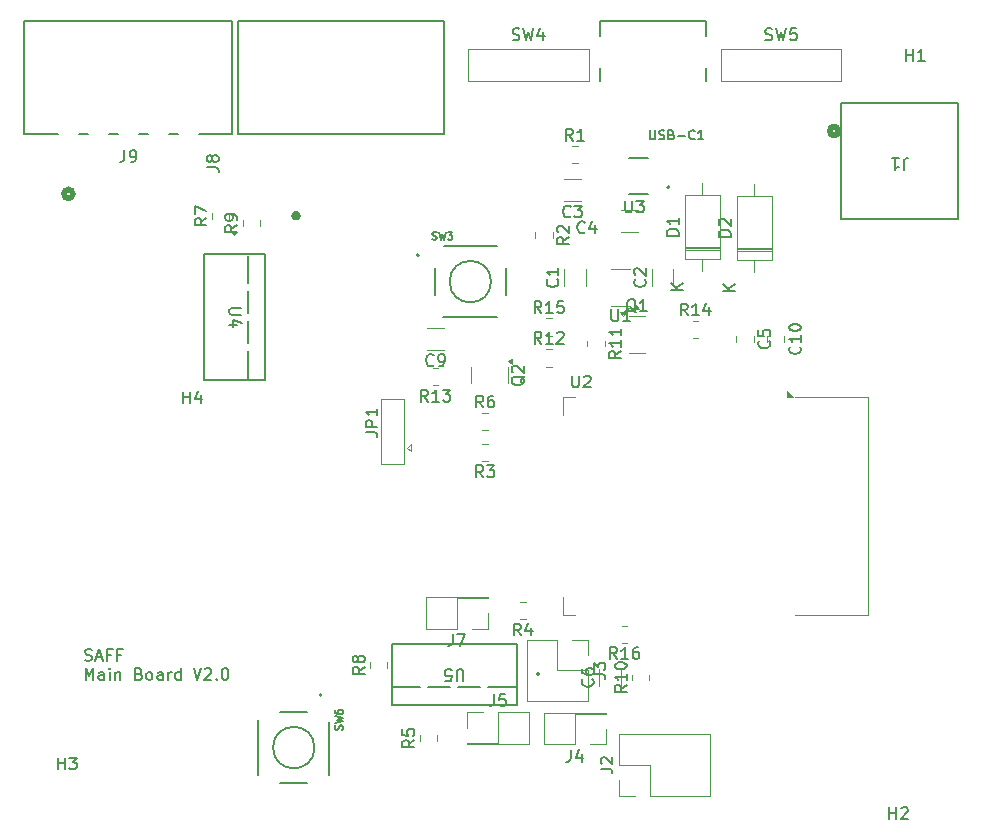
<source format=gbr>
%TF.GenerationSoftware,KiCad,Pcbnew,8.0.8*%
%TF.CreationDate,2025-03-13T10:44:28-05:00*%
%TF.ProjectId,Final Project V1,46696e61-6c20-4507-926f-6a6563742056,rev?*%
%TF.SameCoordinates,Original*%
%TF.FileFunction,Legend,Top*%
%TF.FilePolarity,Positive*%
%FSLAX46Y46*%
G04 Gerber Fmt 4.6, Leading zero omitted, Abs format (unit mm)*
G04 Created by KiCad (PCBNEW 8.0.8) date 2025-03-13 10:44:28*
%MOMM*%
%LPD*%
G01*
G04 APERTURE LIST*
%ADD10C,0.200000*%
%ADD11C,0.150000*%
%ADD12C,0.127000*%
%ADD13C,0.120000*%
%ADD14C,0.152400*%
%ADD15C,0.508000*%
%ADD16C,0.400000*%
G04 APERTURE END LIST*
D10*
X152322054Y-123009656D02*
X152464911Y-123057275D01*
X152464911Y-123057275D02*
X152703006Y-123057275D01*
X152703006Y-123057275D02*
X152798244Y-123009656D01*
X152798244Y-123009656D02*
X152845863Y-122962036D01*
X152845863Y-122962036D02*
X152893482Y-122866798D01*
X152893482Y-122866798D02*
X152893482Y-122771560D01*
X152893482Y-122771560D02*
X152845863Y-122676322D01*
X152845863Y-122676322D02*
X152798244Y-122628703D01*
X152798244Y-122628703D02*
X152703006Y-122581084D01*
X152703006Y-122581084D02*
X152512530Y-122533465D01*
X152512530Y-122533465D02*
X152417292Y-122485846D01*
X152417292Y-122485846D02*
X152369673Y-122438227D01*
X152369673Y-122438227D02*
X152322054Y-122342989D01*
X152322054Y-122342989D02*
X152322054Y-122247751D01*
X152322054Y-122247751D02*
X152369673Y-122152513D01*
X152369673Y-122152513D02*
X152417292Y-122104894D01*
X152417292Y-122104894D02*
X152512530Y-122057275D01*
X152512530Y-122057275D02*
X152750625Y-122057275D01*
X152750625Y-122057275D02*
X152893482Y-122104894D01*
X153274435Y-122771560D02*
X153750625Y-122771560D01*
X153179197Y-123057275D02*
X153512530Y-122057275D01*
X153512530Y-122057275D02*
X153845863Y-123057275D01*
X154512530Y-122533465D02*
X154179197Y-122533465D01*
X154179197Y-123057275D02*
X154179197Y-122057275D01*
X154179197Y-122057275D02*
X154655387Y-122057275D01*
X155369673Y-122533465D02*
X155036340Y-122533465D01*
X155036340Y-123057275D02*
X155036340Y-122057275D01*
X155036340Y-122057275D02*
X155512530Y-122057275D01*
X152369673Y-124667219D02*
X152369673Y-123667219D01*
X152369673Y-123667219D02*
X152703006Y-124381504D01*
X152703006Y-124381504D02*
X153036339Y-123667219D01*
X153036339Y-123667219D02*
X153036339Y-124667219D01*
X153941101Y-124667219D02*
X153941101Y-124143409D01*
X153941101Y-124143409D02*
X153893482Y-124048171D01*
X153893482Y-124048171D02*
X153798244Y-124000552D01*
X153798244Y-124000552D02*
X153607768Y-124000552D01*
X153607768Y-124000552D02*
X153512530Y-124048171D01*
X153941101Y-124619600D02*
X153845863Y-124667219D01*
X153845863Y-124667219D02*
X153607768Y-124667219D01*
X153607768Y-124667219D02*
X153512530Y-124619600D01*
X153512530Y-124619600D02*
X153464911Y-124524361D01*
X153464911Y-124524361D02*
X153464911Y-124429123D01*
X153464911Y-124429123D02*
X153512530Y-124333885D01*
X153512530Y-124333885D02*
X153607768Y-124286266D01*
X153607768Y-124286266D02*
X153845863Y-124286266D01*
X153845863Y-124286266D02*
X153941101Y-124238647D01*
X154417292Y-124667219D02*
X154417292Y-124000552D01*
X154417292Y-123667219D02*
X154369673Y-123714838D01*
X154369673Y-123714838D02*
X154417292Y-123762457D01*
X154417292Y-123762457D02*
X154464911Y-123714838D01*
X154464911Y-123714838D02*
X154417292Y-123667219D01*
X154417292Y-123667219D02*
X154417292Y-123762457D01*
X154893482Y-124000552D02*
X154893482Y-124667219D01*
X154893482Y-124095790D02*
X154941101Y-124048171D01*
X154941101Y-124048171D02*
X155036339Y-124000552D01*
X155036339Y-124000552D02*
X155179196Y-124000552D01*
X155179196Y-124000552D02*
X155274434Y-124048171D01*
X155274434Y-124048171D02*
X155322053Y-124143409D01*
X155322053Y-124143409D02*
X155322053Y-124667219D01*
X156893482Y-124143409D02*
X157036339Y-124191028D01*
X157036339Y-124191028D02*
X157083958Y-124238647D01*
X157083958Y-124238647D02*
X157131577Y-124333885D01*
X157131577Y-124333885D02*
X157131577Y-124476742D01*
X157131577Y-124476742D02*
X157083958Y-124571980D01*
X157083958Y-124571980D02*
X157036339Y-124619600D01*
X157036339Y-124619600D02*
X156941101Y-124667219D01*
X156941101Y-124667219D02*
X156560149Y-124667219D01*
X156560149Y-124667219D02*
X156560149Y-123667219D01*
X156560149Y-123667219D02*
X156893482Y-123667219D01*
X156893482Y-123667219D02*
X156988720Y-123714838D01*
X156988720Y-123714838D02*
X157036339Y-123762457D01*
X157036339Y-123762457D02*
X157083958Y-123857695D01*
X157083958Y-123857695D02*
X157083958Y-123952933D01*
X157083958Y-123952933D02*
X157036339Y-124048171D01*
X157036339Y-124048171D02*
X156988720Y-124095790D01*
X156988720Y-124095790D02*
X156893482Y-124143409D01*
X156893482Y-124143409D02*
X156560149Y-124143409D01*
X157703006Y-124667219D02*
X157607768Y-124619600D01*
X157607768Y-124619600D02*
X157560149Y-124571980D01*
X157560149Y-124571980D02*
X157512530Y-124476742D01*
X157512530Y-124476742D02*
X157512530Y-124191028D01*
X157512530Y-124191028D02*
X157560149Y-124095790D01*
X157560149Y-124095790D02*
X157607768Y-124048171D01*
X157607768Y-124048171D02*
X157703006Y-124000552D01*
X157703006Y-124000552D02*
X157845863Y-124000552D01*
X157845863Y-124000552D02*
X157941101Y-124048171D01*
X157941101Y-124048171D02*
X157988720Y-124095790D01*
X157988720Y-124095790D02*
X158036339Y-124191028D01*
X158036339Y-124191028D02*
X158036339Y-124476742D01*
X158036339Y-124476742D02*
X157988720Y-124571980D01*
X157988720Y-124571980D02*
X157941101Y-124619600D01*
X157941101Y-124619600D02*
X157845863Y-124667219D01*
X157845863Y-124667219D02*
X157703006Y-124667219D01*
X158893482Y-124667219D02*
X158893482Y-124143409D01*
X158893482Y-124143409D02*
X158845863Y-124048171D01*
X158845863Y-124048171D02*
X158750625Y-124000552D01*
X158750625Y-124000552D02*
X158560149Y-124000552D01*
X158560149Y-124000552D02*
X158464911Y-124048171D01*
X158893482Y-124619600D02*
X158798244Y-124667219D01*
X158798244Y-124667219D02*
X158560149Y-124667219D01*
X158560149Y-124667219D02*
X158464911Y-124619600D01*
X158464911Y-124619600D02*
X158417292Y-124524361D01*
X158417292Y-124524361D02*
X158417292Y-124429123D01*
X158417292Y-124429123D02*
X158464911Y-124333885D01*
X158464911Y-124333885D02*
X158560149Y-124286266D01*
X158560149Y-124286266D02*
X158798244Y-124286266D01*
X158798244Y-124286266D02*
X158893482Y-124238647D01*
X159369673Y-124667219D02*
X159369673Y-124000552D01*
X159369673Y-124191028D02*
X159417292Y-124095790D01*
X159417292Y-124095790D02*
X159464911Y-124048171D01*
X159464911Y-124048171D02*
X159560149Y-124000552D01*
X159560149Y-124000552D02*
X159655387Y-124000552D01*
X160417292Y-124667219D02*
X160417292Y-123667219D01*
X160417292Y-124619600D02*
X160322054Y-124667219D01*
X160322054Y-124667219D02*
X160131578Y-124667219D01*
X160131578Y-124667219D02*
X160036340Y-124619600D01*
X160036340Y-124619600D02*
X159988721Y-124571980D01*
X159988721Y-124571980D02*
X159941102Y-124476742D01*
X159941102Y-124476742D02*
X159941102Y-124191028D01*
X159941102Y-124191028D02*
X159988721Y-124095790D01*
X159988721Y-124095790D02*
X160036340Y-124048171D01*
X160036340Y-124048171D02*
X160131578Y-124000552D01*
X160131578Y-124000552D02*
X160322054Y-124000552D01*
X160322054Y-124000552D02*
X160417292Y-124048171D01*
X161512531Y-123667219D02*
X161845864Y-124667219D01*
X161845864Y-124667219D02*
X162179197Y-123667219D01*
X162464912Y-123762457D02*
X162512531Y-123714838D01*
X162512531Y-123714838D02*
X162607769Y-123667219D01*
X162607769Y-123667219D02*
X162845864Y-123667219D01*
X162845864Y-123667219D02*
X162941102Y-123714838D01*
X162941102Y-123714838D02*
X162988721Y-123762457D01*
X162988721Y-123762457D02*
X163036340Y-123857695D01*
X163036340Y-123857695D02*
X163036340Y-123952933D01*
X163036340Y-123952933D02*
X162988721Y-124095790D01*
X162988721Y-124095790D02*
X162417293Y-124667219D01*
X162417293Y-124667219D02*
X163036340Y-124667219D01*
X163464912Y-124571980D02*
X163512531Y-124619600D01*
X163512531Y-124619600D02*
X163464912Y-124667219D01*
X163464912Y-124667219D02*
X163417293Y-124619600D01*
X163417293Y-124619600D02*
X163464912Y-124571980D01*
X163464912Y-124571980D02*
X163464912Y-124667219D01*
X164131578Y-123667219D02*
X164226816Y-123667219D01*
X164226816Y-123667219D02*
X164322054Y-123714838D01*
X164322054Y-123714838D02*
X164369673Y-123762457D01*
X164369673Y-123762457D02*
X164417292Y-123857695D01*
X164417292Y-123857695D02*
X164464911Y-124048171D01*
X164464911Y-124048171D02*
X164464911Y-124286266D01*
X164464911Y-124286266D02*
X164417292Y-124476742D01*
X164417292Y-124476742D02*
X164369673Y-124571980D01*
X164369673Y-124571980D02*
X164322054Y-124619600D01*
X164322054Y-124619600D02*
X164226816Y-124667219D01*
X164226816Y-124667219D02*
X164131578Y-124667219D01*
X164131578Y-124667219D02*
X164036340Y-124619600D01*
X164036340Y-124619600D02*
X163988721Y-124571980D01*
X163988721Y-124571980D02*
X163941102Y-124476742D01*
X163941102Y-124476742D02*
X163893483Y-124286266D01*
X163893483Y-124286266D02*
X163893483Y-124048171D01*
X163893483Y-124048171D02*
X163941102Y-123857695D01*
X163941102Y-123857695D02*
X163988721Y-123762457D01*
X163988721Y-123762457D02*
X164036340Y-123714838D01*
X164036340Y-123714838D02*
X164131578Y-123667219D01*
D11*
X174098315Y-128878156D02*
X174128345Y-128788064D01*
X174128345Y-128788064D02*
X174128345Y-128637911D01*
X174128345Y-128637911D02*
X174098315Y-128577850D01*
X174098315Y-128577850D02*
X174068284Y-128547819D01*
X174068284Y-128547819D02*
X174008223Y-128517789D01*
X174008223Y-128517789D02*
X173948161Y-128517789D01*
X173948161Y-128517789D02*
X173888100Y-128547819D01*
X173888100Y-128547819D02*
X173858070Y-128577850D01*
X173858070Y-128577850D02*
X173828039Y-128637911D01*
X173828039Y-128637911D02*
X173798008Y-128758034D01*
X173798008Y-128758034D02*
X173767978Y-128818095D01*
X173767978Y-128818095D02*
X173737947Y-128848125D01*
X173737947Y-128848125D02*
X173677886Y-128878156D01*
X173677886Y-128878156D02*
X173617825Y-128878156D01*
X173617825Y-128878156D02*
X173557763Y-128848125D01*
X173557763Y-128848125D02*
X173527733Y-128818095D01*
X173527733Y-128818095D02*
X173497702Y-128758034D01*
X173497702Y-128758034D02*
X173497702Y-128607880D01*
X173497702Y-128607880D02*
X173527733Y-128517789D01*
X173497702Y-128307575D02*
X174128345Y-128157422D01*
X174128345Y-128157422D02*
X173677886Y-128037299D01*
X173677886Y-128037299D02*
X174128345Y-127917177D01*
X174128345Y-127917177D02*
X173497702Y-127767024D01*
X173497702Y-127256503D02*
X173497702Y-127376625D01*
X173497702Y-127376625D02*
X173527733Y-127436687D01*
X173527733Y-127436687D02*
X173557763Y-127466717D01*
X173557763Y-127466717D02*
X173647855Y-127526778D01*
X173647855Y-127526778D02*
X173767978Y-127556809D01*
X173767978Y-127556809D02*
X174008223Y-127556809D01*
X174008223Y-127556809D02*
X174068284Y-127526778D01*
X174068284Y-127526778D02*
X174098315Y-127496748D01*
X174098315Y-127496748D02*
X174128345Y-127436687D01*
X174128345Y-127436687D02*
X174128345Y-127316564D01*
X174128345Y-127316564D02*
X174098315Y-127256503D01*
X174098315Y-127256503D02*
X174068284Y-127226472D01*
X174068284Y-127226472D02*
X174008223Y-127196442D01*
X174008223Y-127196442D02*
X173858070Y-127196442D01*
X173858070Y-127196442D02*
X173798008Y-127226472D01*
X173798008Y-127226472D02*
X173767978Y-127256503D01*
X173767978Y-127256503D02*
X173737947Y-127316564D01*
X173737947Y-127316564D02*
X173737947Y-127436687D01*
X173737947Y-127436687D02*
X173767978Y-127496748D01*
X173767978Y-127496748D02*
X173798008Y-127526778D01*
X173798008Y-127526778D02*
X173858070Y-127556809D01*
X206984819Y-87138094D02*
X205984819Y-87138094D01*
X205984819Y-87138094D02*
X205984819Y-86899999D01*
X205984819Y-86899999D02*
X206032438Y-86757142D01*
X206032438Y-86757142D02*
X206127676Y-86661904D01*
X206127676Y-86661904D02*
X206222914Y-86614285D01*
X206222914Y-86614285D02*
X206413390Y-86566666D01*
X206413390Y-86566666D02*
X206556247Y-86566666D01*
X206556247Y-86566666D02*
X206746723Y-86614285D01*
X206746723Y-86614285D02*
X206841961Y-86661904D01*
X206841961Y-86661904D02*
X206937200Y-86757142D01*
X206937200Y-86757142D02*
X206984819Y-86899999D01*
X206984819Y-86899999D02*
X206984819Y-87138094D01*
X206080057Y-86185713D02*
X206032438Y-86138094D01*
X206032438Y-86138094D02*
X205984819Y-86042856D01*
X205984819Y-86042856D02*
X205984819Y-85804761D01*
X205984819Y-85804761D02*
X206032438Y-85709523D01*
X206032438Y-85709523D02*
X206080057Y-85661904D01*
X206080057Y-85661904D02*
X206175295Y-85614285D01*
X206175295Y-85614285D02*
X206270533Y-85614285D01*
X206270533Y-85614285D02*
X206413390Y-85661904D01*
X206413390Y-85661904D02*
X206984819Y-86233332D01*
X206984819Y-86233332D02*
X206984819Y-85614285D01*
X207354819Y-91741904D02*
X206354819Y-91741904D01*
X207354819Y-91170476D02*
X206783390Y-91599047D01*
X206354819Y-91170476D02*
X206926247Y-91741904D01*
X150038095Y-132254819D02*
X150038095Y-131254819D01*
X150038095Y-131731009D02*
X150609523Y-131731009D01*
X150609523Y-132254819D02*
X150609523Y-131254819D01*
X150990476Y-131254819D02*
X151609523Y-131254819D01*
X151609523Y-131254819D02*
X151276190Y-131635771D01*
X151276190Y-131635771D02*
X151419047Y-131635771D01*
X151419047Y-131635771D02*
X151514285Y-131683390D01*
X151514285Y-131683390D02*
X151561904Y-131731009D01*
X151561904Y-131731009D02*
X151609523Y-131826247D01*
X151609523Y-131826247D02*
X151609523Y-132064342D01*
X151609523Y-132064342D02*
X151561904Y-132159580D01*
X151561904Y-132159580D02*
X151514285Y-132207200D01*
X151514285Y-132207200D02*
X151419047Y-132254819D01*
X151419047Y-132254819D02*
X151133333Y-132254819D01*
X151133333Y-132254819D02*
X151038095Y-132207200D01*
X151038095Y-132207200D02*
X150990476Y-132159580D01*
X186033333Y-107504819D02*
X185700000Y-107028628D01*
X185461905Y-107504819D02*
X185461905Y-106504819D01*
X185461905Y-106504819D02*
X185842857Y-106504819D01*
X185842857Y-106504819D02*
X185938095Y-106552438D01*
X185938095Y-106552438D02*
X185985714Y-106600057D01*
X185985714Y-106600057D02*
X186033333Y-106695295D01*
X186033333Y-106695295D02*
X186033333Y-106838152D01*
X186033333Y-106838152D02*
X185985714Y-106933390D01*
X185985714Y-106933390D02*
X185938095Y-106981009D01*
X185938095Y-106981009D02*
X185842857Y-107028628D01*
X185842857Y-107028628D02*
X185461905Y-107028628D01*
X186366667Y-106504819D02*
X186985714Y-106504819D01*
X186985714Y-106504819D02*
X186652381Y-106885771D01*
X186652381Y-106885771D02*
X186795238Y-106885771D01*
X186795238Y-106885771D02*
X186890476Y-106933390D01*
X186890476Y-106933390D02*
X186938095Y-106981009D01*
X186938095Y-106981009D02*
X186985714Y-107076247D01*
X186985714Y-107076247D02*
X186985714Y-107314342D01*
X186985714Y-107314342D02*
X186938095Y-107409580D01*
X186938095Y-107409580D02*
X186890476Y-107457200D01*
X186890476Y-107457200D02*
X186795238Y-107504819D01*
X186795238Y-107504819D02*
X186509524Y-107504819D01*
X186509524Y-107504819D02*
X186414286Y-107457200D01*
X186414286Y-107457200D02*
X186366667Y-107409580D01*
X189550057Y-98957738D02*
X189502438Y-99052976D01*
X189502438Y-99052976D02*
X189407200Y-99148214D01*
X189407200Y-99148214D02*
X189264342Y-99291071D01*
X189264342Y-99291071D02*
X189216723Y-99386309D01*
X189216723Y-99386309D02*
X189216723Y-99481547D01*
X189454819Y-99433928D02*
X189407200Y-99529166D01*
X189407200Y-99529166D02*
X189311961Y-99624404D01*
X189311961Y-99624404D02*
X189121485Y-99672023D01*
X189121485Y-99672023D02*
X188788152Y-99672023D01*
X188788152Y-99672023D02*
X188597676Y-99624404D01*
X188597676Y-99624404D02*
X188502438Y-99529166D01*
X188502438Y-99529166D02*
X188454819Y-99433928D01*
X188454819Y-99433928D02*
X188454819Y-99243452D01*
X188454819Y-99243452D02*
X188502438Y-99148214D01*
X188502438Y-99148214D02*
X188597676Y-99052976D01*
X188597676Y-99052976D02*
X188788152Y-99005357D01*
X188788152Y-99005357D02*
X189121485Y-99005357D01*
X189121485Y-99005357D02*
X189311961Y-99052976D01*
X189311961Y-99052976D02*
X189407200Y-99148214D01*
X189407200Y-99148214D02*
X189454819Y-99243452D01*
X189454819Y-99243452D02*
X189454819Y-99433928D01*
X188550057Y-98624404D02*
X188502438Y-98576785D01*
X188502438Y-98576785D02*
X188454819Y-98481547D01*
X188454819Y-98481547D02*
X188454819Y-98243452D01*
X188454819Y-98243452D02*
X188502438Y-98148214D01*
X188502438Y-98148214D02*
X188550057Y-98100595D01*
X188550057Y-98100595D02*
X188645295Y-98052976D01*
X188645295Y-98052976D02*
X188740533Y-98052976D01*
X188740533Y-98052976D02*
X188883390Y-98100595D01*
X188883390Y-98100595D02*
X189454819Y-98672023D01*
X189454819Y-98672023D02*
X189454819Y-98052976D01*
X209926667Y-70467200D02*
X210069524Y-70514819D01*
X210069524Y-70514819D02*
X210307619Y-70514819D01*
X210307619Y-70514819D02*
X210402857Y-70467200D01*
X210402857Y-70467200D02*
X210450476Y-70419580D01*
X210450476Y-70419580D02*
X210498095Y-70324342D01*
X210498095Y-70324342D02*
X210498095Y-70229104D01*
X210498095Y-70229104D02*
X210450476Y-70133866D01*
X210450476Y-70133866D02*
X210402857Y-70086247D01*
X210402857Y-70086247D02*
X210307619Y-70038628D01*
X210307619Y-70038628D02*
X210117143Y-69991009D01*
X210117143Y-69991009D02*
X210021905Y-69943390D01*
X210021905Y-69943390D02*
X209974286Y-69895771D01*
X209974286Y-69895771D02*
X209926667Y-69800533D01*
X209926667Y-69800533D02*
X209926667Y-69705295D01*
X209926667Y-69705295D02*
X209974286Y-69610057D01*
X209974286Y-69610057D02*
X210021905Y-69562438D01*
X210021905Y-69562438D02*
X210117143Y-69514819D01*
X210117143Y-69514819D02*
X210355238Y-69514819D01*
X210355238Y-69514819D02*
X210498095Y-69562438D01*
X210831429Y-69514819D02*
X211069524Y-70514819D01*
X211069524Y-70514819D02*
X211260000Y-69800533D01*
X211260000Y-69800533D02*
X211450476Y-70514819D01*
X211450476Y-70514819D02*
X211688572Y-69514819D01*
X212545714Y-69514819D02*
X212069524Y-69514819D01*
X212069524Y-69514819D02*
X212021905Y-69991009D01*
X212021905Y-69991009D02*
X212069524Y-69943390D01*
X212069524Y-69943390D02*
X212164762Y-69895771D01*
X212164762Y-69895771D02*
X212402857Y-69895771D01*
X212402857Y-69895771D02*
X212498095Y-69943390D01*
X212498095Y-69943390D02*
X212545714Y-69991009D01*
X212545714Y-69991009D02*
X212593333Y-70086247D01*
X212593333Y-70086247D02*
X212593333Y-70324342D01*
X212593333Y-70324342D02*
X212545714Y-70419580D01*
X212545714Y-70419580D02*
X212498095Y-70467200D01*
X212498095Y-70467200D02*
X212402857Y-70514819D01*
X212402857Y-70514819D02*
X212164762Y-70514819D01*
X212164762Y-70514819D02*
X212069524Y-70467200D01*
X212069524Y-70467200D02*
X212021905Y-70419580D01*
X220438095Y-136454819D02*
X220438095Y-135454819D01*
X220438095Y-135931009D02*
X221009523Y-135931009D01*
X221009523Y-136454819D02*
X221009523Y-135454819D01*
X221438095Y-135550057D02*
X221485714Y-135502438D01*
X221485714Y-135502438D02*
X221580952Y-135454819D01*
X221580952Y-135454819D02*
X221819047Y-135454819D01*
X221819047Y-135454819D02*
X221914285Y-135502438D01*
X221914285Y-135502438D02*
X221961904Y-135550057D01*
X221961904Y-135550057D02*
X222009523Y-135645295D01*
X222009523Y-135645295D02*
X222009523Y-135740533D01*
X222009523Y-135740533D02*
X221961904Y-135883390D01*
X221961904Y-135883390D02*
X221390476Y-136454819D01*
X221390476Y-136454819D02*
X222009523Y-136454819D01*
X198063095Y-84089819D02*
X198063095Y-84899342D01*
X198063095Y-84899342D02*
X198110714Y-84994580D01*
X198110714Y-84994580D02*
X198158333Y-85042200D01*
X198158333Y-85042200D02*
X198253571Y-85089819D01*
X198253571Y-85089819D02*
X198444047Y-85089819D01*
X198444047Y-85089819D02*
X198539285Y-85042200D01*
X198539285Y-85042200D02*
X198586904Y-84994580D01*
X198586904Y-84994580D02*
X198634523Y-84899342D01*
X198634523Y-84899342D02*
X198634523Y-84089819D01*
X199015476Y-84089819D02*
X199634523Y-84089819D01*
X199634523Y-84089819D02*
X199301190Y-84470771D01*
X199301190Y-84470771D02*
X199444047Y-84470771D01*
X199444047Y-84470771D02*
X199539285Y-84518390D01*
X199539285Y-84518390D02*
X199586904Y-84566009D01*
X199586904Y-84566009D02*
X199634523Y-84661247D01*
X199634523Y-84661247D02*
X199634523Y-84899342D01*
X199634523Y-84899342D02*
X199586904Y-84994580D01*
X199586904Y-84994580D02*
X199539285Y-85042200D01*
X199539285Y-85042200D02*
X199444047Y-85089819D01*
X199444047Y-85089819D02*
X199158333Y-85089819D01*
X199158333Y-85089819D02*
X199063095Y-85042200D01*
X199063095Y-85042200D02*
X199015476Y-84994580D01*
X190957142Y-96204819D02*
X190623809Y-95728628D01*
X190385714Y-96204819D02*
X190385714Y-95204819D01*
X190385714Y-95204819D02*
X190766666Y-95204819D01*
X190766666Y-95204819D02*
X190861904Y-95252438D01*
X190861904Y-95252438D02*
X190909523Y-95300057D01*
X190909523Y-95300057D02*
X190957142Y-95395295D01*
X190957142Y-95395295D02*
X190957142Y-95538152D01*
X190957142Y-95538152D02*
X190909523Y-95633390D01*
X190909523Y-95633390D02*
X190861904Y-95681009D01*
X190861904Y-95681009D02*
X190766666Y-95728628D01*
X190766666Y-95728628D02*
X190385714Y-95728628D01*
X191909523Y-96204819D02*
X191338095Y-96204819D01*
X191623809Y-96204819D02*
X191623809Y-95204819D01*
X191623809Y-95204819D02*
X191528571Y-95347676D01*
X191528571Y-95347676D02*
X191433333Y-95442914D01*
X191433333Y-95442914D02*
X191338095Y-95490533D01*
X192290476Y-95300057D02*
X192338095Y-95252438D01*
X192338095Y-95252438D02*
X192433333Y-95204819D01*
X192433333Y-95204819D02*
X192671428Y-95204819D01*
X192671428Y-95204819D02*
X192766666Y-95252438D01*
X192766666Y-95252438D02*
X192814285Y-95300057D01*
X192814285Y-95300057D02*
X192861904Y-95395295D01*
X192861904Y-95395295D02*
X192861904Y-95490533D01*
X192861904Y-95490533D02*
X192814285Y-95633390D01*
X192814285Y-95633390D02*
X192242857Y-96204819D01*
X192242857Y-96204819D02*
X192861904Y-96204819D01*
X193578095Y-98904819D02*
X193578095Y-99714342D01*
X193578095Y-99714342D02*
X193625714Y-99809580D01*
X193625714Y-99809580D02*
X193673333Y-99857200D01*
X193673333Y-99857200D02*
X193768571Y-99904819D01*
X193768571Y-99904819D02*
X193959047Y-99904819D01*
X193959047Y-99904819D02*
X194054285Y-99857200D01*
X194054285Y-99857200D02*
X194101904Y-99809580D01*
X194101904Y-99809580D02*
X194149523Y-99714342D01*
X194149523Y-99714342D02*
X194149523Y-98904819D01*
X194578095Y-99000057D02*
X194625714Y-98952438D01*
X194625714Y-98952438D02*
X194720952Y-98904819D01*
X194720952Y-98904819D02*
X194959047Y-98904819D01*
X194959047Y-98904819D02*
X195054285Y-98952438D01*
X195054285Y-98952438D02*
X195101904Y-99000057D01*
X195101904Y-99000057D02*
X195149523Y-99095295D01*
X195149523Y-99095295D02*
X195149523Y-99190533D01*
X195149523Y-99190533D02*
X195101904Y-99333390D01*
X195101904Y-99333390D02*
X194530476Y-99904819D01*
X194530476Y-99904819D02*
X195149523Y-99904819D01*
X176079819Y-103708333D02*
X176794104Y-103708333D01*
X176794104Y-103708333D02*
X176936961Y-103755952D01*
X176936961Y-103755952D02*
X177032200Y-103851190D01*
X177032200Y-103851190D02*
X177079819Y-103994047D01*
X177079819Y-103994047D02*
X177079819Y-104089285D01*
X177079819Y-103232142D02*
X176079819Y-103232142D01*
X176079819Y-103232142D02*
X176079819Y-102851190D01*
X176079819Y-102851190D02*
X176127438Y-102755952D01*
X176127438Y-102755952D02*
X176175057Y-102708333D01*
X176175057Y-102708333D02*
X176270295Y-102660714D01*
X176270295Y-102660714D02*
X176413152Y-102660714D01*
X176413152Y-102660714D02*
X176508390Y-102708333D01*
X176508390Y-102708333D02*
X176556009Y-102755952D01*
X176556009Y-102755952D02*
X176603628Y-102851190D01*
X176603628Y-102851190D02*
X176603628Y-103232142D01*
X177079819Y-101708333D02*
X177079819Y-102279761D01*
X177079819Y-101994047D02*
X176079819Y-101994047D01*
X176079819Y-101994047D02*
X176222676Y-102089285D01*
X176222676Y-102089285D02*
X176317914Y-102184523D01*
X176317914Y-102184523D02*
X176365533Y-102279761D01*
X165204819Y-86166666D02*
X164728628Y-86499999D01*
X165204819Y-86738094D02*
X164204819Y-86738094D01*
X164204819Y-86738094D02*
X164204819Y-86357142D01*
X164204819Y-86357142D02*
X164252438Y-86261904D01*
X164252438Y-86261904D02*
X164300057Y-86214285D01*
X164300057Y-86214285D02*
X164395295Y-86166666D01*
X164395295Y-86166666D02*
X164538152Y-86166666D01*
X164538152Y-86166666D02*
X164633390Y-86214285D01*
X164633390Y-86214285D02*
X164681009Y-86261904D01*
X164681009Y-86261904D02*
X164728628Y-86357142D01*
X164728628Y-86357142D02*
X164728628Y-86738094D01*
X165204819Y-85690475D02*
X165204819Y-85499999D01*
X165204819Y-85499999D02*
X165157200Y-85404761D01*
X165157200Y-85404761D02*
X165109580Y-85357142D01*
X165109580Y-85357142D02*
X164966723Y-85261904D01*
X164966723Y-85261904D02*
X164776247Y-85214285D01*
X164776247Y-85214285D02*
X164395295Y-85214285D01*
X164395295Y-85214285D02*
X164300057Y-85261904D01*
X164300057Y-85261904D02*
X164252438Y-85309523D01*
X164252438Y-85309523D02*
X164204819Y-85404761D01*
X164204819Y-85404761D02*
X164204819Y-85595237D01*
X164204819Y-85595237D02*
X164252438Y-85690475D01*
X164252438Y-85690475D02*
X164300057Y-85738094D01*
X164300057Y-85738094D02*
X164395295Y-85785713D01*
X164395295Y-85785713D02*
X164633390Y-85785713D01*
X164633390Y-85785713D02*
X164728628Y-85738094D01*
X164728628Y-85738094D02*
X164776247Y-85690475D01*
X164776247Y-85690475D02*
X164823866Y-85595237D01*
X164823866Y-85595237D02*
X164823866Y-85404761D01*
X164823866Y-85404761D02*
X164776247Y-85309523D01*
X164776247Y-85309523D02*
X164728628Y-85261904D01*
X164728628Y-85261904D02*
X164633390Y-85214285D01*
X192309580Y-90766666D02*
X192357200Y-90814285D01*
X192357200Y-90814285D02*
X192404819Y-90957142D01*
X192404819Y-90957142D02*
X192404819Y-91052380D01*
X192404819Y-91052380D02*
X192357200Y-91195237D01*
X192357200Y-91195237D02*
X192261961Y-91290475D01*
X192261961Y-91290475D02*
X192166723Y-91338094D01*
X192166723Y-91338094D02*
X191976247Y-91385713D01*
X191976247Y-91385713D02*
X191833390Y-91385713D01*
X191833390Y-91385713D02*
X191642914Y-91338094D01*
X191642914Y-91338094D02*
X191547676Y-91290475D01*
X191547676Y-91290475D02*
X191452438Y-91195237D01*
X191452438Y-91195237D02*
X191404819Y-91052380D01*
X191404819Y-91052380D02*
X191404819Y-90957142D01*
X191404819Y-90957142D02*
X191452438Y-90814285D01*
X191452438Y-90814285D02*
X191500057Y-90766666D01*
X192404819Y-89814285D02*
X192404819Y-90385713D01*
X192404819Y-90099999D02*
X191404819Y-90099999D01*
X191404819Y-90099999D02*
X191547676Y-90195237D01*
X191547676Y-90195237D02*
X191642914Y-90290475D01*
X191642914Y-90290475D02*
X191690533Y-90385713D01*
X195384819Y-124203333D02*
X196099104Y-124203333D01*
X196099104Y-124203333D02*
X196241961Y-124250952D01*
X196241961Y-124250952D02*
X196337200Y-124346190D01*
X196337200Y-124346190D02*
X196384819Y-124489047D01*
X196384819Y-124489047D02*
X196384819Y-124584285D01*
X195384819Y-123822380D02*
X195384819Y-123203333D01*
X195384819Y-123203333D02*
X195765771Y-123536666D01*
X195765771Y-123536666D02*
X195765771Y-123393809D01*
X195765771Y-123393809D02*
X195813390Y-123298571D01*
X195813390Y-123298571D02*
X195861009Y-123250952D01*
X195861009Y-123250952D02*
X195956247Y-123203333D01*
X195956247Y-123203333D02*
X196194342Y-123203333D01*
X196194342Y-123203333D02*
X196289580Y-123250952D01*
X196289580Y-123250952D02*
X196337200Y-123298571D01*
X196337200Y-123298571D02*
X196384819Y-123393809D01*
X196384819Y-123393809D02*
X196384819Y-123679523D01*
X196384819Y-123679523D02*
X196337200Y-123774761D01*
X196337200Y-123774761D02*
X196289580Y-123822380D01*
X195284580Y-124616666D02*
X195332200Y-124664285D01*
X195332200Y-124664285D02*
X195379819Y-124807142D01*
X195379819Y-124807142D02*
X195379819Y-124902380D01*
X195379819Y-124902380D02*
X195332200Y-125045237D01*
X195332200Y-125045237D02*
X195236961Y-125140475D01*
X195236961Y-125140475D02*
X195141723Y-125188094D01*
X195141723Y-125188094D02*
X194951247Y-125235713D01*
X194951247Y-125235713D02*
X194808390Y-125235713D01*
X194808390Y-125235713D02*
X194617914Y-125188094D01*
X194617914Y-125188094D02*
X194522676Y-125140475D01*
X194522676Y-125140475D02*
X194427438Y-125045237D01*
X194427438Y-125045237D02*
X194379819Y-124902380D01*
X194379819Y-124902380D02*
X194379819Y-124807142D01*
X194379819Y-124807142D02*
X194427438Y-124664285D01*
X194427438Y-124664285D02*
X194475057Y-124616666D01*
X194379819Y-123759523D02*
X194379819Y-123949999D01*
X194379819Y-123949999D02*
X194427438Y-124045237D01*
X194427438Y-124045237D02*
X194475057Y-124092856D01*
X194475057Y-124092856D02*
X194617914Y-124188094D01*
X194617914Y-124188094D02*
X194808390Y-124235713D01*
X194808390Y-124235713D02*
X195189342Y-124235713D01*
X195189342Y-124235713D02*
X195284580Y-124188094D01*
X195284580Y-124188094D02*
X195332200Y-124140475D01*
X195332200Y-124140475D02*
X195379819Y-124045237D01*
X195379819Y-124045237D02*
X195379819Y-123854761D01*
X195379819Y-123854761D02*
X195332200Y-123759523D01*
X195332200Y-123759523D02*
X195284580Y-123711904D01*
X195284580Y-123711904D02*
X195189342Y-123664285D01*
X195189342Y-123664285D02*
X194951247Y-123664285D01*
X194951247Y-123664285D02*
X194856009Y-123711904D01*
X194856009Y-123711904D02*
X194808390Y-123759523D01*
X194808390Y-123759523D02*
X194760771Y-123854761D01*
X194760771Y-123854761D02*
X194760771Y-124045237D01*
X194760771Y-124045237D02*
X194808390Y-124140475D01*
X194808390Y-124140475D02*
X194856009Y-124188094D01*
X194856009Y-124188094D02*
X194951247Y-124235713D01*
X155666666Y-79804519D02*
X155666666Y-80518804D01*
X155666666Y-80518804D02*
X155619047Y-80661661D01*
X155619047Y-80661661D02*
X155523809Y-80756900D01*
X155523809Y-80756900D02*
X155380952Y-80804519D01*
X155380952Y-80804519D02*
X155285714Y-80804519D01*
X156190476Y-80804519D02*
X156380952Y-80804519D01*
X156380952Y-80804519D02*
X156476190Y-80756900D01*
X156476190Y-80756900D02*
X156523809Y-80709280D01*
X156523809Y-80709280D02*
X156619047Y-80566423D01*
X156619047Y-80566423D02*
X156666666Y-80375947D01*
X156666666Y-80375947D02*
X156666666Y-79994995D01*
X156666666Y-79994995D02*
X156619047Y-79899757D01*
X156619047Y-79899757D02*
X156571428Y-79852138D01*
X156571428Y-79852138D02*
X156476190Y-79804519D01*
X156476190Y-79804519D02*
X156285714Y-79804519D01*
X156285714Y-79804519D02*
X156190476Y-79852138D01*
X156190476Y-79852138D02*
X156142857Y-79899757D01*
X156142857Y-79899757D02*
X156095238Y-79994995D01*
X156095238Y-79994995D02*
X156095238Y-80233090D01*
X156095238Y-80233090D02*
X156142857Y-80328328D01*
X156142857Y-80328328D02*
X156190476Y-80375947D01*
X156190476Y-80375947D02*
X156285714Y-80423566D01*
X156285714Y-80423566D02*
X156476190Y-80423566D01*
X156476190Y-80423566D02*
X156571428Y-80375947D01*
X156571428Y-80375947D02*
X156619047Y-80328328D01*
X156619047Y-80328328D02*
X156666666Y-80233090D01*
X198179819Y-125092857D02*
X197703628Y-125426190D01*
X198179819Y-125664285D02*
X197179819Y-125664285D01*
X197179819Y-125664285D02*
X197179819Y-125283333D01*
X197179819Y-125283333D02*
X197227438Y-125188095D01*
X197227438Y-125188095D02*
X197275057Y-125140476D01*
X197275057Y-125140476D02*
X197370295Y-125092857D01*
X197370295Y-125092857D02*
X197513152Y-125092857D01*
X197513152Y-125092857D02*
X197608390Y-125140476D01*
X197608390Y-125140476D02*
X197656009Y-125188095D01*
X197656009Y-125188095D02*
X197703628Y-125283333D01*
X197703628Y-125283333D02*
X197703628Y-125664285D01*
X198179819Y-124140476D02*
X198179819Y-124711904D01*
X198179819Y-124426190D02*
X197179819Y-124426190D01*
X197179819Y-124426190D02*
X197322676Y-124521428D01*
X197322676Y-124521428D02*
X197417914Y-124616666D01*
X197417914Y-124616666D02*
X197465533Y-124711904D01*
X197179819Y-123521428D02*
X197179819Y-123426190D01*
X197179819Y-123426190D02*
X197227438Y-123330952D01*
X197227438Y-123330952D02*
X197275057Y-123283333D01*
X197275057Y-123283333D02*
X197370295Y-123235714D01*
X197370295Y-123235714D02*
X197560771Y-123188095D01*
X197560771Y-123188095D02*
X197798866Y-123188095D01*
X197798866Y-123188095D02*
X197989342Y-123235714D01*
X197989342Y-123235714D02*
X198084580Y-123283333D01*
X198084580Y-123283333D02*
X198132200Y-123330952D01*
X198132200Y-123330952D02*
X198179819Y-123426190D01*
X198179819Y-123426190D02*
X198179819Y-123521428D01*
X198179819Y-123521428D02*
X198132200Y-123616666D01*
X198132200Y-123616666D02*
X198084580Y-123664285D01*
X198084580Y-123664285D02*
X197989342Y-123711904D01*
X197989342Y-123711904D02*
X197798866Y-123759523D01*
X197798866Y-123759523D02*
X197560771Y-123759523D01*
X197560771Y-123759523D02*
X197370295Y-123711904D01*
X197370295Y-123711904D02*
X197275057Y-123664285D01*
X197275057Y-123664285D02*
X197227438Y-123616666D01*
X197227438Y-123616666D02*
X197179819Y-123521428D01*
X181746443Y-87359519D02*
X181836535Y-87389549D01*
X181836535Y-87389549D02*
X181986688Y-87389549D01*
X181986688Y-87389549D02*
X182046749Y-87359519D01*
X182046749Y-87359519D02*
X182076780Y-87329488D01*
X182076780Y-87329488D02*
X182106810Y-87269427D01*
X182106810Y-87269427D02*
X182106810Y-87209365D01*
X182106810Y-87209365D02*
X182076780Y-87149304D01*
X182076780Y-87149304D02*
X182046749Y-87119274D01*
X182046749Y-87119274D02*
X181986688Y-87089243D01*
X181986688Y-87089243D02*
X181866565Y-87059212D01*
X181866565Y-87059212D02*
X181806504Y-87029182D01*
X181806504Y-87029182D02*
X181776474Y-86999151D01*
X181776474Y-86999151D02*
X181746443Y-86939090D01*
X181746443Y-86939090D02*
X181746443Y-86879029D01*
X181746443Y-86879029D02*
X181776474Y-86818967D01*
X181776474Y-86818967D02*
X181806504Y-86788937D01*
X181806504Y-86788937D02*
X181866565Y-86758906D01*
X181866565Y-86758906D02*
X182016719Y-86758906D01*
X182016719Y-86758906D02*
X182106810Y-86788937D01*
X182317024Y-86758906D02*
X182467177Y-87389549D01*
X182467177Y-87389549D02*
X182587300Y-86939090D01*
X182587300Y-86939090D02*
X182707422Y-87389549D01*
X182707422Y-87389549D02*
X182857576Y-86758906D01*
X183037759Y-86758906D02*
X183428157Y-86758906D01*
X183428157Y-86758906D02*
X183217943Y-86999151D01*
X183217943Y-86999151D02*
X183308035Y-86999151D01*
X183308035Y-86999151D02*
X183368096Y-87029182D01*
X183368096Y-87029182D02*
X183398127Y-87059212D01*
X183398127Y-87059212D02*
X183428157Y-87119274D01*
X183428157Y-87119274D02*
X183428157Y-87269427D01*
X183428157Y-87269427D02*
X183398127Y-87329488D01*
X183398127Y-87329488D02*
X183368096Y-87359519D01*
X183368096Y-87359519D02*
X183308035Y-87389549D01*
X183308035Y-87389549D02*
X183127851Y-87389549D01*
X183127851Y-87389549D02*
X183067790Y-87359519D01*
X183067790Y-87359519D02*
X183037759Y-87329488D01*
X197357142Y-122904819D02*
X197023809Y-122428628D01*
X196785714Y-122904819D02*
X196785714Y-121904819D01*
X196785714Y-121904819D02*
X197166666Y-121904819D01*
X197166666Y-121904819D02*
X197261904Y-121952438D01*
X197261904Y-121952438D02*
X197309523Y-122000057D01*
X197309523Y-122000057D02*
X197357142Y-122095295D01*
X197357142Y-122095295D02*
X197357142Y-122238152D01*
X197357142Y-122238152D02*
X197309523Y-122333390D01*
X197309523Y-122333390D02*
X197261904Y-122381009D01*
X197261904Y-122381009D02*
X197166666Y-122428628D01*
X197166666Y-122428628D02*
X196785714Y-122428628D01*
X198309523Y-122904819D02*
X197738095Y-122904819D01*
X198023809Y-122904819D02*
X198023809Y-121904819D01*
X198023809Y-121904819D02*
X197928571Y-122047676D01*
X197928571Y-122047676D02*
X197833333Y-122142914D01*
X197833333Y-122142914D02*
X197738095Y-122190533D01*
X199166666Y-121904819D02*
X198976190Y-121904819D01*
X198976190Y-121904819D02*
X198880952Y-121952438D01*
X198880952Y-121952438D02*
X198833333Y-122000057D01*
X198833333Y-122000057D02*
X198738095Y-122142914D01*
X198738095Y-122142914D02*
X198690476Y-122333390D01*
X198690476Y-122333390D02*
X198690476Y-122714342D01*
X198690476Y-122714342D02*
X198738095Y-122809580D01*
X198738095Y-122809580D02*
X198785714Y-122857200D01*
X198785714Y-122857200D02*
X198880952Y-122904819D01*
X198880952Y-122904819D02*
X199071428Y-122904819D01*
X199071428Y-122904819D02*
X199166666Y-122857200D01*
X199166666Y-122857200D02*
X199214285Y-122809580D01*
X199214285Y-122809580D02*
X199261904Y-122714342D01*
X199261904Y-122714342D02*
X199261904Y-122476247D01*
X199261904Y-122476247D02*
X199214285Y-122381009D01*
X199214285Y-122381009D02*
X199166666Y-122333390D01*
X199166666Y-122333390D02*
X199071428Y-122285771D01*
X199071428Y-122285771D02*
X198880952Y-122285771D01*
X198880952Y-122285771D02*
X198785714Y-122333390D01*
X198785714Y-122333390D02*
X198738095Y-122381009D01*
X198738095Y-122381009D02*
X198690476Y-122476247D01*
X200150279Y-78119065D02*
X200150279Y-78756486D01*
X200150279Y-78756486D02*
X200187775Y-78831476D01*
X200187775Y-78831476D02*
X200225270Y-78868972D01*
X200225270Y-78868972D02*
X200300261Y-78906467D01*
X200300261Y-78906467D02*
X200450242Y-78906467D01*
X200450242Y-78906467D02*
X200525233Y-78868972D01*
X200525233Y-78868972D02*
X200562728Y-78831476D01*
X200562728Y-78831476D02*
X200600223Y-78756486D01*
X200600223Y-78756486D02*
X200600223Y-78119065D01*
X200937681Y-78868972D02*
X201050167Y-78906467D01*
X201050167Y-78906467D02*
X201237644Y-78906467D01*
X201237644Y-78906467D02*
X201312634Y-78868972D01*
X201312634Y-78868972D02*
X201350130Y-78831476D01*
X201350130Y-78831476D02*
X201387625Y-78756486D01*
X201387625Y-78756486D02*
X201387625Y-78681495D01*
X201387625Y-78681495D02*
X201350130Y-78606504D01*
X201350130Y-78606504D02*
X201312634Y-78569009D01*
X201312634Y-78569009D02*
X201237644Y-78531514D01*
X201237644Y-78531514D02*
X201087662Y-78494018D01*
X201087662Y-78494018D02*
X201012672Y-78456523D01*
X201012672Y-78456523D02*
X200975176Y-78419028D01*
X200975176Y-78419028D02*
X200937681Y-78344037D01*
X200937681Y-78344037D02*
X200937681Y-78269046D01*
X200937681Y-78269046D02*
X200975176Y-78194056D01*
X200975176Y-78194056D02*
X201012672Y-78156560D01*
X201012672Y-78156560D02*
X201087662Y-78119065D01*
X201087662Y-78119065D02*
X201275139Y-78119065D01*
X201275139Y-78119065D02*
X201387625Y-78156560D01*
X201987551Y-78494018D02*
X202100037Y-78531514D01*
X202100037Y-78531514D02*
X202137532Y-78569009D01*
X202137532Y-78569009D02*
X202175027Y-78644000D01*
X202175027Y-78644000D02*
X202175027Y-78756486D01*
X202175027Y-78756486D02*
X202137532Y-78831476D01*
X202137532Y-78831476D02*
X202100037Y-78868972D01*
X202100037Y-78868972D02*
X202025046Y-78906467D01*
X202025046Y-78906467D02*
X201725083Y-78906467D01*
X201725083Y-78906467D02*
X201725083Y-78119065D01*
X201725083Y-78119065D02*
X201987551Y-78119065D01*
X201987551Y-78119065D02*
X202062541Y-78156560D01*
X202062541Y-78156560D02*
X202100037Y-78194056D01*
X202100037Y-78194056D02*
X202137532Y-78269046D01*
X202137532Y-78269046D02*
X202137532Y-78344037D01*
X202137532Y-78344037D02*
X202100037Y-78419028D01*
X202100037Y-78419028D02*
X202062541Y-78456523D01*
X202062541Y-78456523D02*
X201987551Y-78494018D01*
X201987551Y-78494018D02*
X201725083Y-78494018D01*
X202512485Y-78606504D02*
X203112411Y-78606504D01*
X203937308Y-78831476D02*
X203899813Y-78868972D01*
X203899813Y-78868972D02*
X203787327Y-78906467D01*
X203787327Y-78906467D02*
X203712336Y-78906467D01*
X203712336Y-78906467D02*
X203599850Y-78868972D01*
X203599850Y-78868972D02*
X203524860Y-78793981D01*
X203524860Y-78793981D02*
X203487364Y-78718990D01*
X203487364Y-78718990D02*
X203449869Y-78569009D01*
X203449869Y-78569009D02*
X203449869Y-78456523D01*
X203449869Y-78456523D02*
X203487364Y-78306542D01*
X203487364Y-78306542D02*
X203524860Y-78231551D01*
X203524860Y-78231551D02*
X203599850Y-78156560D01*
X203599850Y-78156560D02*
X203712336Y-78119065D01*
X203712336Y-78119065D02*
X203787327Y-78119065D01*
X203787327Y-78119065D02*
X203899813Y-78156560D01*
X203899813Y-78156560D02*
X203937308Y-78194056D01*
X204687215Y-78906467D02*
X204237271Y-78906467D01*
X204462243Y-78906467D02*
X204462243Y-78119065D01*
X204462243Y-78119065D02*
X204387252Y-78231551D01*
X204387252Y-78231551D02*
X204312262Y-78306542D01*
X204312262Y-78306542D02*
X204237271Y-78344037D01*
X202584819Y-87058094D02*
X201584819Y-87058094D01*
X201584819Y-87058094D02*
X201584819Y-86819999D01*
X201584819Y-86819999D02*
X201632438Y-86677142D01*
X201632438Y-86677142D02*
X201727676Y-86581904D01*
X201727676Y-86581904D02*
X201822914Y-86534285D01*
X201822914Y-86534285D02*
X202013390Y-86486666D01*
X202013390Y-86486666D02*
X202156247Y-86486666D01*
X202156247Y-86486666D02*
X202346723Y-86534285D01*
X202346723Y-86534285D02*
X202441961Y-86581904D01*
X202441961Y-86581904D02*
X202537200Y-86677142D01*
X202537200Y-86677142D02*
X202584819Y-86819999D01*
X202584819Y-86819999D02*
X202584819Y-87058094D01*
X202584819Y-85534285D02*
X202584819Y-86105713D01*
X202584819Y-85819999D02*
X201584819Y-85819999D01*
X201584819Y-85819999D02*
X201727676Y-85915237D01*
X201727676Y-85915237D02*
X201822914Y-86010475D01*
X201822914Y-86010475D02*
X201870533Y-86105713D01*
X202954819Y-91661904D02*
X201954819Y-91661904D01*
X202954819Y-91090476D02*
X202383390Y-91519047D01*
X201954819Y-91090476D02*
X202526247Y-91661904D01*
X186033333Y-101604819D02*
X185700000Y-101128628D01*
X185461905Y-101604819D02*
X185461905Y-100604819D01*
X185461905Y-100604819D02*
X185842857Y-100604819D01*
X185842857Y-100604819D02*
X185938095Y-100652438D01*
X185938095Y-100652438D02*
X185985714Y-100700057D01*
X185985714Y-100700057D02*
X186033333Y-100795295D01*
X186033333Y-100795295D02*
X186033333Y-100938152D01*
X186033333Y-100938152D02*
X185985714Y-101033390D01*
X185985714Y-101033390D02*
X185938095Y-101081009D01*
X185938095Y-101081009D02*
X185842857Y-101128628D01*
X185842857Y-101128628D02*
X185461905Y-101128628D01*
X186890476Y-100604819D02*
X186700000Y-100604819D01*
X186700000Y-100604819D02*
X186604762Y-100652438D01*
X186604762Y-100652438D02*
X186557143Y-100700057D01*
X186557143Y-100700057D02*
X186461905Y-100842914D01*
X186461905Y-100842914D02*
X186414286Y-101033390D01*
X186414286Y-101033390D02*
X186414286Y-101414342D01*
X186414286Y-101414342D02*
X186461905Y-101509580D01*
X186461905Y-101509580D02*
X186509524Y-101557200D01*
X186509524Y-101557200D02*
X186604762Y-101604819D01*
X186604762Y-101604819D02*
X186795238Y-101604819D01*
X186795238Y-101604819D02*
X186890476Y-101557200D01*
X186890476Y-101557200D02*
X186938095Y-101509580D01*
X186938095Y-101509580D02*
X186985714Y-101414342D01*
X186985714Y-101414342D02*
X186985714Y-101176247D01*
X186985714Y-101176247D02*
X186938095Y-101081009D01*
X186938095Y-101081009D02*
X186890476Y-101033390D01*
X186890476Y-101033390D02*
X186795238Y-100985771D01*
X186795238Y-100985771D02*
X186604762Y-100985771D01*
X186604762Y-100985771D02*
X186509524Y-101033390D01*
X186509524Y-101033390D02*
X186461905Y-101081009D01*
X186461905Y-101081009D02*
X186414286Y-101176247D01*
X165545180Y-93178095D02*
X164735657Y-93178095D01*
X164735657Y-93178095D02*
X164640419Y-93225714D01*
X164640419Y-93225714D02*
X164592800Y-93273333D01*
X164592800Y-93273333D02*
X164545180Y-93368571D01*
X164545180Y-93368571D02*
X164545180Y-93559047D01*
X164545180Y-93559047D02*
X164592800Y-93654285D01*
X164592800Y-93654285D02*
X164640419Y-93701904D01*
X164640419Y-93701904D02*
X164735657Y-93749523D01*
X164735657Y-93749523D02*
X165545180Y-93749523D01*
X165211847Y-94654285D02*
X164545180Y-94654285D01*
X165592800Y-94416190D02*
X164878514Y-94178095D01*
X164878514Y-94178095D02*
X164878514Y-94797142D01*
X176004819Y-123566666D02*
X175528628Y-123899999D01*
X176004819Y-124138094D02*
X175004819Y-124138094D01*
X175004819Y-124138094D02*
X175004819Y-123757142D01*
X175004819Y-123757142D02*
X175052438Y-123661904D01*
X175052438Y-123661904D02*
X175100057Y-123614285D01*
X175100057Y-123614285D02*
X175195295Y-123566666D01*
X175195295Y-123566666D02*
X175338152Y-123566666D01*
X175338152Y-123566666D02*
X175433390Y-123614285D01*
X175433390Y-123614285D02*
X175481009Y-123661904D01*
X175481009Y-123661904D02*
X175528628Y-123757142D01*
X175528628Y-123757142D02*
X175528628Y-124138094D01*
X175433390Y-122995237D02*
X175385771Y-123090475D01*
X175385771Y-123090475D02*
X175338152Y-123138094D01*
X175338152Y-123138094D02*
X175242914Y-123185713D01*
X175242914Y-123185713D02*
X175195295Y-123185713D01*
X175195295Y-123185713D02*
X175100057Y-123138094D01*
X175100057Y-123138094D02*
X175052438Y-123090475D01*
X175052438Y-123090475D02*
X175004819Y-122995237D01*
X175004819Y-122995237D02*
X175004819Y-122804761D01*
X175004819Y-122804761D02*
X175052438Y-122709523D01*
X175052438Y-122709523D02*
X175100057Y-122661904D01*
X175100057Y-122661904D02*
X175195295Y-122614285D01*
X175195295Y-122614285D02*
X175242914Y-122614285D01*
X175242914Y-122614285D02*
X175338152Y-122661904D01*
X175338152Y-122661904D02*
X175385771Y-122709523D01*
X175385771Y-122709523D02*
X175433390Y-122804761D01*
X175433390Y-122804761D02*
X175433390Y-122995237D01*
X175433390Y-122995237D02*
X175481009Y-123090475D01*
X175481009Y-123090475D02*
X175528628Y-123138094D01*
X175528628Y-123138094D02*
X175623866Y-123185713D01*
X175623866Y-123185713D02*
X175814342Y-123185713D01*
X175814342Y-123185713D02*
X175909580Y-123138094D01*
X175909580Y-123138094D02*
X175957200Y-123090475D01*
X175957200Y-123090475D02*
X176004819Y-122995237D01*
X176004819Y-122995237D02*
X176004819Y-122804761D01*
X176004819Y-122804761D02*
X175957200Y-122709523D01*
X175957200Y-122709523D02*
X175909580Y-122661904D01*
X175909580Y-122661904D02*
X175814342Y-122614285D01*
X175814342Y-122614285D02*
X175623866Y-122614285D01*
X175623866Y-122614285D02*
X175528628Y-122661904D01*
X175528628Y-122661904D02*
X175481009Y-122709523D01*
X175481009Y-122709523D02*
X175433390Y-122804761D01*
X184361904Y-124745180D02*
X184361904Y-123935657D01*
X184361904Y-123935657D02*
X184314285Y-123840419D01*
X184314285Y-123840419D02*
X184266666Y-123792800D01*
X184266666Y-123792800D02*
X184171428Y-123745180D01*
X184171428Y-123745180D02*
X183980952Y-123745180D01*
X183980952Y-123745180D02*
X183885714Y-123792800D01*
X183885714Y-123792800D02*
X183838095Y-123840419D01*
X183838095Y-123840419D02*
X183790476Y-123935657D01*
X183790476Y-123935657D02*
X183790476Y-124745180D01*
X182838095Y-124745180D02*
X183314285Y-124745180D01*
X183314285Y-124745180D02*
X183361904Y-124268990D01*
X183361904Y-124268990D02*
X183314285Y-124316609D01*
X183314285Y-124316609D02*
X183219047Y-124364228D01*
X183219047Y-124364228D02*
X182980952Y-124364228D01*
X182980952Y-124364228D02*
X182885714Y-124316609D01*
X182885714Y-124316609D02*
X182838095Y-124268990D01*
X182838095Y-124268990D02*
X182790476Y-124173752D01*
X182790476Y-124173752D02*
X182790476Y-123935657D01*
X182790476Y-123935657D02*
X182838095Y-123840419D01*
X182838095Y-123840419D02*
X182885714Y-123792800D01*
X182885714Y-123792800D02*
X182980952Y-123745180D01*
X182980952Y-123745180D02*
X183219047Y-123745180D01*
X183219047Y-123745180D02*
X183314285Y-123792800D01*
X183314285Y-123792800D02*
X183361904Y-123840419D01*
X198967261Y-93550057D02*
X198872023Y-93502438D01*
X198872023Y-93502438D02*
X198776785Y-93407200D01*
X198776785Y-93407200D02*
X198633928Y-93264342D01*
X198633928Y-93264342D02*
X198538690Y-93216723D01*
X198538690Y-93216723D02*
X198443452Y-93216723D01*
X198491071Y-93454819D02*
X198395833Y-93407200D01*
X198395833Y-93407200D02*
X198300595Y-93311961D01*
X198300595Y-93311961D02*
X198252976Y-93121485D01*
X198252976Y-93121485D02*
X198252976Y-92788152D01*
X198252976Y-92788152D02*
X198300595Y-92597676D01*
X198300595Y-92597676D02*
X198395833Y-92502438D01*
X198395833Y-92502438D02*
X198491071Y-92454819D01*
X198491071Y-92454819D02*
X198681547Y-92454819D01*
X198681547Y-92454819D02*
X198776785Y-92502438D01*
X198776785Y-92502438D02*
X198872023Y-92597676D01*
X198872023Y-92597676D02*
X198919642Y-92788152D01*
X198919642Y-92788152D02*
X198919642Y-93121485D01*
X198919642Y-93121485D02*
X198872023Y-93311961D01*
X198872023Y-93311961D02*
X198776785Y-93407200D01*
X198776785Y-93407200D02*
X198681547Y-93454819D01*
X198681547Y-93454819D02*
X198491071Y-93454819D01*
X199872023Y-93454819D02*
X199300595Y-93454819D01*
X199586309Y-93454819D02*
X199586309Y-92454819D01*
X199586309Y-92454819D02*
X199491071Y-92597676D01*
X199491071Y-92597676D02*
X199395833Y-92692914D01*
X199395833Y-92692914D02*
X199300595Y-92740533D01*
X180204819Y-129766666D02*
X179728628Y-130099999D01*
X180204819Y-130338094D02*
X179204819Y-130338094D01*
X179204819Y-130338094D02*
X179204819Y-129957142D01*
X179204819Y-129957142D02*
X179252438Y-129861904D01*
X179252438Y-129861904D02*
X179300057Y-129814285D01*
X179300057Y-129814285D02*
X179395295Y-129766666D01*
X179395295Y-129766666D02*
X179538152Y-129766666D01*
X179538152Y-129766666D02*
X179633390Y-129814285D01*
X179633390Y-129814285D02*
X179681009Y-129861904D01*
X179681009Y-129861904D02*
X179728628Y-129957142D01*
X179728628Y-129957142D02*
X179728628Y-130338094D01*
X179204819Y-128861904D02*
X179204819Y-129338094D01*
X179204819Y-129338094D02*
X179681009Y-129385713D01*
X179681009Y-129385713D02*
X179633390Y-129338094D01*
X179633390Y-129338094D02*
X179585771Y-129242856D01*
X179585771Y-129242856D02*
X179585771Y-129004761D01*
X179585771Y-129004761D02*
X179633390Y-128909523D01*
X179633390Y-128909523D02*
X179681009Y-128861904D01*
X179681009Y-128861904D02*
X179776247Y-128814285D01*
X179776247Y-128814285D02*
X180014342Y-128814285D01*
X180014342Y-128814285D02*
X180109580Y-128861904D01*
X180109580Y-128861904D02*
X180157200Y-128909523D01*
X180157200Y-128909523D02*
X180204819Y-129004761D01*
X180204819Y-129004761D02*
X180204819Y-129242856D01*
X180204819Y-129242856D02*
X180157200Y-129338094D01*
X180157200Y-129338094D02*
X180109580Y-129385713D01*
X203357142Y-93804819D02*
X203023809Y-93328628D01*
X202785714Y-93804819D02*
X202785714Y-92804819D01*
X202785714Y-92804819D02*
X203166666Y-92804819D01*
X203166666Y-92804819D02*
X203261904Y-92852438D01*
X203261904Y-92852438D02*
X203309523Y-92900057D01*
X203309523Y-92900057D02*
X203357142Y-92995295D01*
X203357142Y-92995295D02*
X203357142Y-93138152D01*
X203357142Y-93138152D02*
X203309523Y-93233390D01*
X203309523Y-93233390D02*
X203261904Y-93281009D01*
X203261904Y-93281009D02*
X203166666Y-93328628D01*
X203166666Y-93328628D02*
X202785714Y-93328628D01*
X204309523Y-93804819D02*
X203738095Y-93804819D01*
X204023809Y-93804819D02*
X204023809Y-92804819D01*
X204023809Y-92804819D02*
X203928571Y-92947676D01*
X203928571Y-92947676D02*
X203833333Y-93042914D01*
X203833333Y-93042914D02*
X203738095Y-93090533D01*
X205166666Y-93138152D02*
X205166666Y-93804819D01*
X204928571Y-92757200D02*
X204690476Y-93471485D01*
X204690476Y-93471485D02*
X205309523Y-93471485D01*
X210239580Y-95966666D02*
X210287200Y-96014285D01*
X210287200Y-96014285D02*
X210334819Y-96157142D01*
X210334819Y-96157142D02*
X210334819Y-96252380D01*
X210334819Y-96252380D02*
X210287200Y-96395237D01*
X210287200Y-96395237D02*
X210191961Y-96490475D01*
X210191961Y-96490475D02*
X210096723Y-96538094D01*
X210096723Y-96538094D02*
X209906247Y-96585713D01*
X209906247Y-96585713D02*
X209763390Y-96585713D01*
X209763390Y-96585713D02*
X209572914Y-96538094D01*
X209572914Y-96538094D02*
X209477676Y-96490475D01*
X209477676Y-96490475D02*
X209382438Y-96395237D01*
X209382438Y-96395237D02*
X209334819Y-96252380D01*
X209334819Y-96252380D02*
X209334819Y-96157142D01*
X209334819Y-96157142D02*
X209382438Y-96014285D01*
X209382438Y-96014285D02*
X209430057Y-95966666D01*
X209334819Y-95061904D02*
X209334819Y-95538094D01*
X209334819Y-95538094D02*
X209811009Y-95585713D01*
X209811009Y-95585713D02*
X209763390Y-95538094D01*
X209763390Y-95538094D02*
X209715771Y-95442856D01*
X209715771Y-95442856D02*
X209715771Y-95204761D01*
X209715771Y-95204761D02*
X209763390Y-95109523D01*
X209763390Y-95109523D02*
X209811009Y-95061904D01*
X209811009Y-95061904D02*
X209906247Y-95014285D01*
X209906247Y-95014285D02*
X210144342Y-95014285D01*
X210144342Y-95014285D02*
X210239580Y-95061904D01*
X210239580Y-95061904D02*
X210287200Y-95109523D01*
X210287200Y-95109523D02*
X210334819Y-95204761D01*
X210334819Y-95204761D02*
X210334819Y-95442856D01*
X210334819Y-95442856D02*
X210287200Y-95538094D01*
X210287200Y-95538094D02*
X210239580Y-95585713D01*
X190957142Y-93604819D02*
X190623809Y-93128628D01*
X190385714Y-93604819D02*
X190385714Y-92604819D01*
X190385714Y-92604819D02*
X190766666Y-92604819D01*
X190766666Y-92604819D02*
X190861904Y-92652438D01*
X190861904Y-92652438D02*
X190909523Y-92700057D01*
X190909523Y-92700057D02*
X190957142Y-92795295D01*
X190957142Y-92795295D02*
X190957142Y-92938152D01*
X190957142Y-92938152D02*
X190909523Y-93033390D01*
X190909523Y-93033390D02*
X190861904Y-93081009D01*
X190861904Y-93081009D02*
X190766666Y-93128628D01*
X190766666Y-93128628D02*
X190385714Y-93128628D01*
X191909523Y-93604819D02*
X191338095Y-93604819D01*
X191623809Y-93604819D02*
X191623809Y-92604819D01*
X191623809Y-92604819D02*
X191528571Y-92747676D01*
X191528571Y-92747676D02*
X191433333Y-92842914D01*
X191433333Y-92842914D02*
X191338095Y-92890533D01*
X192814285Y-92604819D02*
X192338095Y-92604819D01*
X192338095Y-92604819D02*
X192290476Y-93081009D01*
X192290476Y-93081009D02*
X192338095Y-93033390D01*
X192338095Y-93033390D02*
X192433333Y-92985771D01*
X192433333Y-92985771D02*
X192671428Y-92985771D01*
X192671428Y-92985771D02*
X192766666Y-93033390D01*
X192766666Y-93033390D02*
X192814285Y-93081009D01*
X192814285Y-93081009D02*
X192861904Y-93176247D01*
X192861904Y-93176247D02*
X192861904Y-93414342D01*
X192861904Y-93414342D02*
X192814285Y-93509580D01*
X192814285Y-93509580D02*
X192766666Y-93557200D01*
X192766666Y-93557200D02*
X192671428Y-93604819D01*
X192671428Y-93604819D02*
X192433333Y-93604819D01*
X192433333Y-93604819D02*
X192338095Y-93557200D01*
X192338095Y-93557200D02*
X192290476Y-93509580D01*
X194633333Y-86759580D02*
X194585714Y-86807200D01*
X194585714Y-86807200D02*
X194442857Y-86854819D01*
X194442857Y-86854819D02*
X194347619Y-86854819D01*
X194347619Y-86854819D02*
X194204762Y-86807200D01*
X194204762Y-86807200D02*
X194109524Y-86711961D01*
X194109524Y-86711961D02*
X194061905Y-86616723D01*
X194061905Y-86616723D02*
X194014286Y-86426247D01*
X194014286Y-86426247D02*
X194014286Y-86283390D01*
X194014286Y-86283390D02*
X194061905Y-86092914D01*
X194061905Y-86092914D02*
X194109524Y-85997676D01*
X194109524Y-85997676D02*
X194204762Y-85902438D01*
X194204762Y-85902438D02*
X194347619Y-85854819D01*
X194347619Y-85854819D02*
X194442857Y-85854819D01*
X194442857Y-85854819D02*
X194585714Y-85902438D01*
X194585714Y-85902438D02*
X194633333Y-85950057D01*
X195490476Y-86188152D02*
X195490476Y-86854819D01*
X195252381Y-85807200D02*
X195014286Y-86521485D01*
X195014286Y-86521485D02*
X195633333Y-86521485D01*
X195984819Y-132203333D02*
X196699104Y-132203333D01*
X196699104Y-132203333D02*
X196841961Y-132250952D01*
X196841961Y-132250952D02*
X196937200Y-132346190D01*
X196937200Y-132346190D02*
X196984819Y-132489047D01*
X196984819Y-132489047D02*
X196984819Y-132584285D01*
X196080057Y-131774761D02*
X196032438Y-131727142D01*
X196032438Y-131727142D02*
X195984819Y-131631904D01*
X195984819Y-131631904D02*
X195984819Y-131393809D01*
X195984819Y-131393809D02*
X196032438Y-131298571D01*
X196032438Y-131298571D02*
X196080057Y-131250952D01*
X196080057Y-131250952D02*
X196175295Y-131203333D01*
X196175295Y-131203333D02*
X196270533Y-131203333D01*
X196270533Y-131203333D02*
X196413390Y-131250952D01*
X196413390Y-131250952D02*
X196984819Y-131822380D01*
X196984819Y-131822380D02*
X196984819Y-131203333D01*
X162604819Y-85566666D02*
X162128628Y-85899999D01*
X162604819Y-86138094D02*
X161604819Y-86138094D01*
X161604819Y-86138094D02*
X161604819Y-85757142D01*
X161604819Y-85757142D02*
X161652438Y-85661904D01*
X161652438Y-85661904D02*
X161700057Y-85614285D01*
X161700057Y-85614285D02*
X161795295Y-85566666D01*
X161795295Y-85566666D02*
X161938152Y-85566666D01*
X161938152Y-85566666D02*
X162033390Y-85614285D01*
X162033390Y-85614285D02*
X162081009Y-85661904D01*
X162081009Y-85661904D02*
X162128628Y-85757142D01*
X162128628Y-85757142D02*
X162128628Y-86138094D01*
X161604819Y-85233332D02*
X161604819Y-84566666D01*
X161604819Y-84566666D02*
X162604819Y-84995237D01*
X186961666Y-125874819D02*
X186961666Y-126589104D01*
X186961666Y-126589104D02*
X186914047Y-126731961D01*
X186914047Y-126731961D02*
X186818809Y-126827200D01*
X186818809Y-126827200D02*
X186675952Y-126874819D01*
X186675952Y-126874819D02*
X186580714Y-126874819D01*
X187914047Y-125874819D02*
X187437857Y-125874819D01*
X187437857Y-125874819D02*
X187390238Y-126351009D01*
X187390238Y-126351009D02*
X187437857Y-126303390D01*
X187437857Y-126303390D02*
X187533095Y-126255771D01*
X187533095Y-126255771D02*
X187771190Y-126255771D01*
X187771190Y-126255771D02*
X187866428Y-126303390D01*
X187866428Y-126303390D02*
X187914047Y-126351009D01*
X187914047Y-126351009D02*
X187961666Y-126446247D01*
X187961666Y-126446247D02*
X187961666Y-126684342D01*
X187961666Y-126684342D02*
X187914047Y-126779580D01*
X187914047Y-126779580D02*
X187866428Y-126827200D01*
X187866428Y-126827200D02*
X187771190Y-126874819D01*
X187771190Y-126874819D02*
X187533095Y-126874819D01*
X187533095Y-126874819D02*
X187437857Y-126827200D01*
X187437857Y-126827200D02*
X187390238Y-126779580D01*
X197704819Y-96842857D02*
X197228628Y-97176190D01*
X197704819Y-97414285D02*
X196704819Y-97414285D01*
X196704819Y-97414285D02*
X196704819Y-97033333D01*
X196704819Y-97033333D02*
X196752438Y-96938095D01*
X196752438Y-96938095D02*
X196800057Y-96890476D01*
X196800057Y-96890476D02*
X196895295Y-96842857D01*
X196895295Y-96842857D02*
X197038152Y-96842857D01*
X197038152Y-96842857D02*
X197133390Y-96890476D01*
X197133390Y-96890476D02*
X197181009Y-96938095D01*
X197181009Y-96938095D02*
X197228628Y-97033333D01*
X197228628Y-97033333D02*
X197228628Y-97414285D01*
X197704819Y-95890476D02*
X197704819Y-96461904D01*
X197704819Y-96176190D02*
X196704819Y-96176190D01*
X196704819Y-96176190D02*
X196847676Y-96271428D01*
X196847676Y-96271428D02*
X196942914Y-96366666D01*
X196942914Y-96366666D02*
X196990533Y-96461904D01*
X197704819Y-94938095D02*
X197704819Y-95509523D01*
X197704819Y-95223809D02*
X196704819Y-95223809D01*
X196704819Y-95223809D02*
X196847676Y-95319047D01*
X196847676Y-95319047D02*
X196942914Y-95414285D01*
X196942914Y-95414285D02*
X196990533Y-95509523D01*
X221838095Y-72254819D02*
X221838095Y-71254819D01*
X221838095Y-71731009D02*
X222409523Y-71731009D01*
X222409523Y-72254819D02*
X222409523Y-71254819D01*
X223409523Y-72254819D02*
X222838095Y-72254819D01*
X223123809Y-72254819D02*
X223123809Y-71254819D01*
X223123809Y-71254819D02*
X223028571Y-71397676D01*
X223028571Y-71397676D02*
X222933333Y-71492914D01*
X222933333Y-71492914D02*
X222838095Y-71540533D01*
X193633333Y-79004819D02*
X193300000Y-78528628D01*
X193061905Y-79004819D02*
X193061905Y-78004819D01*
X193061905Y-78004819D02*
X193442857Y-78004819D01*
X193442857Y-78004819D02*
X193538095Y-78052438D01*
X193538095Y-78052438D02*
X193585714Y-78100057D01*
X193585714Y-78100057D02*
X193633333Y-78195295D01*
X193633333Y-78195295D02*
X193633333Y-78338152D01*
X193633333Y-78338152D02*
X193585714Y-78433390D01*
X193585714Y-78433390D02*
X193538095Y-78481009D01*
X193538095Y-78481009D02*
X193442857Y-78528628D01*
X193442857Y-78528628D02*
X193061905Y-78528628D01*
X194585714Y-79004819D02*
X194014286Y-79004819D01*
X194300000Y-79004819D02*
X194300000Y-78004819D01*
X194300000Y-78004819D02*
X194204762Y-78147676D01*
X194204762Y-78147676D02*
X194109524Y-78242914D01*
X194109524Y-78242914D02*
X194014286Y-78290533D01*
X199709580Y-90766666D02*
X199757200Y-90814285D01*
X199757200Y-90814285D02*
X199804819Y-90957142D01*
X199804819Y-90957142D02*
X199804819Y-91052380D01*
X199804819Y-91052380D02*
X199757200Y-91195237D01*
X199757200Y-91195237D02*
X199661961Y-91290475D01*
X199661961Y-91290475D02*
X199566723Y-91338094D01*
X199566723Y-91338094D02*
X199376247Y-91385713D01*
X199376247Y-91385713D02*
X199233390Y-91385713D01*
X199233390Y-91385713D02*
X199042914Y-91338094D01*
X199042914Y-91338094D02*
X198947676Y-91290475D01*
X198947676Y-91290475D02*
X198852438Y-91195237D01*
X198852438Y-91195237D02*
X198804819Y-91052380D01*
X198804819Y-91052380D02*
X198804819Y-90957142D01*
X198804819Y-90957142D02*
X198852438Y-90814285D01*
X198852438Y-90814285D02*
X198900057Y-90766666D01*
X198900057Y-90385713D02*
X198852438Y-90338094D01*
X198852438Y-90338094D02*
X198804819Y-90242856D01*
X198804819Y-90242856D02*
X198804819Y-90004761D01*
X198804819Y-90004761D02*
X198852438Y-89909523D01*
X198852438Y-89909523D02*
X198900057Y-89861904D01*
X198900057Y-89861904D02*
X198995295Y-89814285D01*
X198995295Y-89814285D02*
X199090533Y-89814285D01*
X199090533Y-89814285D02*
X199233390Y-89861904D01*
X199233390Y-89861904D02*
X199804819Y-90433332D01*
X199804819Y-90433332D02*
X199804819Y-89814285D01*
X188526667Y-70467200D02*
X188669524Y-70514819D01*
X188669524Y-70514819D02*
X188907619Y-70514819D01*
X188907619Y-70514819D02*
X189002857Y-70467200D01*
X189002857Y-70467200D02*
X189050476Y-70419580D01*
X189050476Y-70419580D02*
X189098095Y-70324342D01*
X189098095Y-70324342D02*
X189098095Y-70229104D01*
X189098095Y-70229104D02*
X189050476Y-70133866D01*
X189050476Y-70133866D02*
X189002857Y-70086247D01*
X189002857Y-70086247D02*
X188907619Y-70038628D01*
X188907619Y-70038628D02*
X188717143Y-69991009D01*
X188717143Y-69991009D02*
X188621905Y-69943390D01*
X188621905Y-69943390D02*
X188574286Y-69895771D01*
X188574286Y-69895771D02*
X188526667Y-69800533D01*
X188526667Y-69800533D02*
X188526667Y-69705295D01*
X188526667Y-69705295D02*
X188574286Y-69610057D01*
X188574286Y-69610057D02*
X188621905Y-69562438D01*
X188621905Y-69562438D02*
X188717143Y-69514819D01*
X188717143Y-69514819D02*
X188955238Y-69514819D01*
X188955238Y-69514819D02*
X189098095Y-69562438D01*
X189431429Y-69514819D02*
X189669524Y-70514819D01*
X189669524Y-70514819D02*
X189860000Y-69800533D01*
X189860000Y-69800533D02*
X190050476Y-70514819D01*
X190050476Y-70514819D02*
X190288572Y-69514819D01*
X191098095Y-69848152D02*
X191098095Y-70514819D01*
X190860000Y-69467200D02*
X190621905Y-70181485D01*
X190621905Y-70181485D02*
X191240952Y-70181485D01*
X193471666Y-130584819D02*
X193471666Y-131299104D01*
X193471666Y-131299104D02*
X193424047Y-131441961D01*
X193424047Y-131441961D02*
X193328809Y-131537200D01*
X193328809Y-131537200D02*
X193185952Y-131584819D01*
X193185952Y-131584819D02*
X193090714Y-131584819D01*
X194376428Y-130918152D02*
X194376428Y-131584819D01*
X194138333Y-130537200D02*
X193900238Y-131251485D01*
X193900238Y-131251485D02*
X194519285Y-131251485D01*
X162633614Y-81255137D02*
X163349548Y-81255137D01*
X163349548Y-81255137D02*
X163492735Y-81302865D01*
X163492735Y-81302865D02*
X163588193Y-81398323D01*
X163588193Y-81398323D02*
X163635921Y-81541510D01*
X163635921Y-81541510D02*
X163635921Y-81636968D01*
X163063175Y-80634661D02*
X163015446Y-80730119D01*
X163015446Y-80730119D02*
X162967717Y-80777848D01*
X162967717Y-80777848D02*
X162872259Y-80825577D01*
X162872259Y-80825577D02*
X162824530Y-80825577D01*
X162824530Y-80825577D02*
X162729072Y-80777848D01*
X162729072Y-80777848D02*
X162681343Y-80730119D01*
X162681343Y-80730119D02*
X162633614Y-80634661D01*
X162633614Y-80634661D02*
X162633614Y-80443746D01*
X162633614Y-80443746D02*
X162681343Y-80348288D01*
X162681343Y-80348288D02*
X162729072Y-80300559D01*
X162729072Y-80300559D02*
X162824530Y-80252830D01*
X162824530Y-80252830D02*
X162872259Y-80252830D01*
X162872259Y-80252830D02*
X162967717Y-80300559D01*
X162967717Y-80300559D02*
X163015446Y-80348288D01*
X163015446Y-80348288D02*
X163063175Y-80443746D01*
X163063175Y-80443746D02*
X163063175Y-80634661D01*
X163063175Y-80634661D02*
X163110903Y-80730119D01*
X163110903Y-80730119D02*
X163158632Y-80777848D01*
X163158632Y-80777848D02*
X163254090Y-80825577D01*
X163254090Y-80825577D02*
X163445006Y-80825577D01*
X163445006Y-80825577D02*
X163540464Y-80777848D01*
X163540464Y-80777848D02*
X163588193Y-80730119D01*
X163588193Y-80730119D02*
X163635921Y-80634661D01*
X163635921Y-80634661D02*
X163635921Y-80443746D01*
X163635921Y-80443746D02*
X163588193Y-80348288D01*
X163588193Y-80348288D02*
X163540464Y-80300559D01*
X163540464Y-80300559D02*
X163445006Y-80252830D01*
X163445006Y-80252830D02*
X163254090Y-80252830D01*
X163254090Y-80252830D02*
X163158632Y-80300559D01*
X163158632Y-80300559D02*
X163110903Y-80348288D01*
X163110903Y-80348288D02*
X163063175Y-80443746D01*
X193304819Y-87166666D02*
X192828628Y-87499999D01*
X193304819Y-87738094D02*
X192304819Y-87738094D01*
X192304819Y-87738094D02*
X192304819Y-87357142D01*
X192304819Y-87357142D02*
X192352438Y-87261904D01*
X192352438Y-87261904D02*
X192400057Y-87214285D01*
X192400057Y-87214285D02*
X192495295Y-87166666D01*
X192495295Y-87166666D02*
X192638152Y-87166666D01*
X192638152Y-87166666D02*
X192733390Y-87214285D01*
X192733390Y-87214285D02*
X192781009Y-87261904D01*
X192781009Y-87261904D02*
X192828628Y-87357142D01*
X192828628Y-87357142D02*
X192828628Y-87738094D01*
X192400057Y-86785713D02*
X192352438Y-86738094D01*
X192352438Y-86738094D02*
X192304819Y-86642856D01*
X192304819Y-86642856D02*
X192304819Y-86404761D01*
X192304819Y-86404761D02*
X192352438Y-86309523D01*
X192352438Y-86309523D02*
X192400057Y-86261904D01*
X192400057Y-86261904D02*
X192495295Y-86214285D01*
X192495295Y-86214285D02*
X192590533Y-86214285D01*
X192590533Y-86214285D02*
X192733390Y-86261904D01*
X192733390Y-86261904D02*
X193304819Y-86833332D01*
X193304819Y-86833332D02*
X193304819Y-86214285D01*
X181357142Y-101104819D02*
X181023809Y-100628628D01*
X180785714Y-101104819D02*
X180785714Y-100104819D01*
X180785714Y-100104819D02*
X181166666Y-100104819D01*
X181166666Y-100104819D02*
X181261904Y-100152438D01*
X181261904Y-100152438D02*
X181309523Y-100200057D01*
X181309523Y-100200057D02*
X181357142Y-100295295D01*
X181357142Y-100295295D02*
X181357142Y-100438152D01*
X181357142Y-100438152D02*
X181309523Y-100533390D01*
X181309523Y-100533390D02*
X181261904Y-100581009D01*
X181261904Y-100581009D02*
X181166666Y-100628628D01*
X181166666Y-100628628D02*
X180785714Y-100628628D01*
X182309523Y-101104819D02*
X181738095Y-101104819D01*
X182023809Y-101104819D02*
X182023809Y-100104819D01*
X182023809Y-100104819D02*
X181928571Y-100247676D01*
X181928571Y-100247676D02*
X181833333Y-100342914D01*
X181833333Y-100342914D02*
X181738095Y-100390533D01*
X182642857Y-100104819D02*
X183261904Y-100104819D01*
X183261904Y-100104819D02*
X182928571Y-100485771D01*
X182928571Y-100485771D02*
X183071428Y-100485771D01*
X183071428Y-100485771D02*
X183166666Y-100533390D01*
X183166666Y-100533390D02*
X183214285Y-100581009D01*
X183214285Y-100581009D02*
X183261904Y-100676247D01*
X183261904Y-100676247D02*
X183261904Y-100914342D01*
X183261904Y-100914342D02*
X183214285Y-101009580D01*
X183214285Y-101009580D02*
X183166666Y-101057200D01*
X183166666Y-101057200D02*
X183071428Y-101104819D01*
X183071428Y-101104819D02*
X182785714Y-101104819D01*
X182785714Y-101104819D02*
X182690476Y-101057200D01*
X182690476Y-101057200D02*
X182642857Y-101009580D01*
X181833333Y-98009580D02*
X181785714Y-98057200D01*
X181785714Y-98057200D02*
X181642857Y-98104819D01*
X181642857Y-98104819D02*
X181547619Y-98104819D01*
X181547619Y-98104819D02*
X181404762Y-98057200D01*
X181404762Y-98057200D02*
X181309524Y-97961961D01*
X181309524Y-97961961D02*
X181261905Y-97866723D01*
X181261905Y-97866723D02*
X181214286Y-97676247D01*
X181214286Y-97676247D02*
X181214286Y-97533390D01*
X181214286Y-97533390D02*
X181261905Y-97342914D01*
X181261905Y-97342914D02*
X181309524Y-97247676D01*
X181309524Y-97247676D02*
X181404762Y-97152438D01*
X181404762Y-97152438D02*
X181547619Y-97104819D01*
X181547619Y-97104819D02*
X181642857Y-97104819D01*
X181642857Y-97104819D02*
X181785714Y-97152438D01*
X181785714Y-97152438D02*
X181833333Y-97200057D01*
X182309524Y-98104819D02*
X182500000Y-98104819D01*
X182500000Y-98104819D02*
X182595238Y-98057200D01*
X182595238Y-98057200D02*
X182642857Y-98009580D01*
X182642857Y-98009580D02*
X182738095Y-97866723D01*
X182738095Y-97866723D02*
X182785714Y-97676247D01*
X182785714Y-97676247D02*
X182785714Y-97295295D01*
X182785714Y-97295295D02*
X182738095Y-97200057D01*
X182738095Y-97200057D02*
X182690476Y-97152438D01*
X182690476Y-97152438D02*
X182595238Y-97104819D01*
X182595238Y-97104819D02*
X182404762Y-97104819D01*
X182404762Y-97104819D02*
X182309524Y-97152438D01*
X182309524Y-97152438D02*
X182261905Y-97200057D01*
X182261905Y-97200057D02*
X182214286Y-97295295D01*
X182214286Y-97295295D02*
X182214286Y-97533390D01*
X182214286Y-97533390D02*
X182261905Y-97628628D01*
X182261905Y-97628628D02*
X182309524Y-97676247D01*
X182309524Y-97676247D02*
X182404762Y-97723866D01*
X182404762Y-97723866D02*
X182595238Y-97723866D01*
X182595238Y-97723866D02*
X182690476Y-97676247D01*
X182690476Y-97676247D02*
X182738095Y-97628628D01*
X182738095Y-97628628D02*
X182785714Y-97533390D01*
X160638095Y-101254819D02*
X160638095Y-100254819D01*
X160638095Y-100731009D02*
X161209523Y-100731009D01*
X161209523Y-101254819D02*
X161209523Y-100254819D01*
X162114285Y-100588152D02*
X162114285Y-101254819D01*
X161876190Y-100207200D02*
X161638095Y-100921485D01*
X161638095Y-100921485D02*
X162257142Y-100921485D01*
X193433333Y-85409580D02*
X193385714Y-85457200D01*
X193385714Y-85457200D02*
X193242857Y-85504819D01*
X193242857Y-85504819D02*
X193147619Y-85504819D01*
X193147619Y-85504819D02*
X193004762Y-85457200D01*
X193004762Y-85457200D02*
X192909524Y-85361961D01*
X192909524Y-85361961D02*
X192861905Y-85266723D01*
X192861905Y-85266723D02*
X192814286Y-85076247D01*
X192814286Y-85076247D02*
X192814286Y-84933390D01*
X192814286Y-84933390D02*
X192861905Y-84742914D01*
X192861905Y-84742914D02*
X192909524Y-84647676D01*
X192909524Y-84647676D02*
X193004762Y-84552438D01*
X193004762Y-84552438D02*
X193147619Y-84504819D01*
X193147619Y-84504819D02*
X193242857Y-84504819D01*
X193242857Y-84504819D02*
X193385714Y-84552438D01*
X193385714Y-84552438D02*
X193433333Y-84600057D01*
X193766667Y-84504819D02*
X194385714Y-84504819D01*
X194385714Y-84504819D02*
X194052381Y-84885771D01*
X194052381Y-84885771D02*
X194195238Y-84885771D01*
X194195238Y-84885771D02*
X194290476Y-84933390D01*
X194290476Y-84933390D02*
X194338095Y-84981009D01*
X194338095Y-84981009D02*
X194385714Y-85076247D01*
X194385714Y-85076247D02*
X194385714Y-85314342D01*
X194385714Y-85314342D02*
X194338095Y-85409580D01*
X194338095Y-85409580D02*
X194290476Y-85457200D01*
X194290476Y-85457200D02*
X194195238Y-85504819D01*
X194195238Y-85504819D02*
X193909524Y-85504819D01*
X193909524Y-85504819D02*
X193814286Y-85457200D01*
X193814286Y-85457200D02*
X193766667Y-85409580D01*
X221633333Y-81495180D02*
X221633333Y-80780895D01*
X221633333Y-80780895D02*
X221680952Y-80638038D01*
X221680952Y-80638038D02*
X221776190Y-80542800D01*
X221776190Y-80542800D02*
X221919047Y-80495180D01*
X221919047Y-80495180D02*
X222014285Y-80495180D01*
X220633333Y-80495180D02*
X221204761Y-80495180D01*
X220919047Y-80495180D02*
X220919047Y-81495180D01*
X220919047Y-81495180D02*
X221014285Y-81352323D01*
X221014285Y-81352323D02*
X221109523Y-81257085D01*
X221109523Y-81257085D02*
X221204761Y-81209466D01*
X183471666Y-120784819D02*
X183471666Y-121499104D01*
X183471666Y-121499104D02*
X183424047Y-121641961D01*
X183424047Y-121641961D02*
X183328809Y-121737200D01*
X183328809Y-121737200D02*
X183185952Y-121784819D01*
X183185952Y-121784819D02*
X183090714Y-121784819D01*
X183852619Y-120784819D02*
X184519285Y-120784819D01*
X184519285Y-120784819D02*
X184090714Y-121784819D01*
X196900595Y-93304819D02*
X196900595Y-94114342D01*
X196900595Y-94114342D02*
X196948214Y-94209580D01*
X196948214Y-94209580D02*
X196995833Y-94257200D01*
X196995833Y-94257200D02*
X197091071Y-94304819D01*
X197091071Y-94304819D02*
X197281547Y-94304819D01*
X197281547Y-94304819D02*
X197376785Y-94257200D01*
X197376785Y-94257200D02*
X197424404Y-94209580D01*
X197424404Y-94209580D02*
X197472023Y-94114342D01*
X197472023Y-94114342D02*
X197472023Y-93304819D01*
X198472023Y-94304819D02*
X197900595Y-94304819D01*
X198186309Y-94304819D02*
X198186309Y-93304819D01*
X198186309Y-93304819D02*
X198091071Y-93447676D01*
X198091071Y-93447676D02*
X197995833Y-93542914D01*
X197995833Y-93542914D02*
X197900595Y-93590533D01*
X212839580Y-96442857D02*
X212887200Y-96490476D01*
X212887200Y-96490476D02*
X212934819Y-96633333D01*
X212934819Y-96633333D02*
X212934819Y-96728571D01*
X212934819Y-96728571D02*
X212887200Y-96871428D01*
X212887200Y-96871428D02*
X212791961Y-96966666D01*
X212791961Y-96966666D02*
X212696723Y-97014285D01*
X212696723Y-97014285D02*
X212506247Y-97061904D01*
X212506247Y-97061904D02*
X212363390Y-97061904D01*
X212363390Y-97061904D02*
X212172914Y-97014285D01*
X212172914Y-97014285D02*
X212077676Y-96966666D01*
X212077676Y-96966666D02*
X211982438Y-96871428D01*
X211982438Y-96871428D02*
X211934819Y-96728571D01*
X211934819Y-96728571D02*
X211934819Y-96633333D01*
X211934819Y-96633333D02*
X211982438Y-96490476D01*
X211982438Y-96490476D02*
X212030057Y-96442857D01*
X212934819Y-95490476D02*
X212934819Y-96061904D01*
X212934819Y-95776190D02*
X211934819Y-95776190D01*
X211934819Y-95776190D02*
X212077676Y-95871428D01*
X212077676Y-95871428D02*
X212172914Y-95966666D01*
X212172914Y-95966666D02*
X212220533Y-96061904D01*
X211934819Y-94871428D02*
X211934819Y-94776190D01*
X211934819Y-94776190D02*
X211982438Y-94680952D01*
X211982438Y-94680952D02*
X212030057Y-94633333D01*
X212030057Y-94633333D02*
X212125295Y-94585714D01*
X212125295Y-94585714D02*
X212315771Y-94538095D01*
X212315771Y-94538095D02*
X212553866Y-94538095D01*
X212553866Y-94538095D02*
X212744342Y-94585714D01*
X212744342Y-94585714D02*
X212839580Y-94633333D01*
X212839580Y-94633333D02*
X212887200Y-94680952D01*
X212887200Y-94680952D02*
X212934819Y-94776190D01*
X212934819Y-94776190D02*
X212934819Y-94871428D01*
X212934819Y-94871428D02*
X212887200Y-94966666D01*
X212887200Y-94966666D02*
X212839580Y-95014285D01*
X212839580Y-95014285D02*
X212744342Y-95061904D01*
X212744342Y-95061904D02*
X212553866Y-95109523D01*
X212553866Y-95109523D02*
X212315771Y-95109523D01*
X212315771Y-95109523D02*
X212125295Y-95061904D01*
X212125295Y-95061904D02*
X212030057Y-95014285D01*
X212030057Y-95014285D02*
X211982438Y-94966666D01*
X211982438Y-94966666D02*
X211934819Y-94871428D01*
X189233333Y-120904819D02*
X188900000Y-120428628D01*
X188661905Y-120904819D02*
X188661905Y-119904819D01*
X188661905Y-119904819D02*
X189042857Y-119904819D01*
X189042857Y-119904819D02*
X189138095Y-119952438D01*
X189138095Y-119952438D02*
X189185714Y-120000057D01*
X189185714Y-120000057D02*
X189233333Y-120095295D01*
X189233333Y-120095295D02*
X189233333Y-120238152D01*
X189233333Y-120238152D02*
X189185714Y-120333390D01*
X189185714Y-120333390D02*
X189138095Y-120381009D01*
X189138095Y-120381009D02*
X189042857Y-120428628D01*
X189042857Y-120428628D02*
X188661905Y-120428628D01*
X190090476Y-120238152D02*
X190090476Y-120904819D01*
X189852381Y-119857200D02*
X189614286Y-120571485D01*
X189614286Y-120571485D02*
X190233333Y-120571485D01*
D12*
%TO.C,SW6*%
X167005000Y-132700000D02*
X167005000Y-128100000D01*
X171150000Y-127405000D02*
X168850000Y-127405000D01*
X171150000Y-133400000D02*
X168850000Y-133400000D01*
X172995000Y-128200000D02*
X172995000Y-132700000D01*
X171755000Y-130400000D02*
G75*
G02*
X168245000Y-130400000I-1755000J0D01*
G01*
X168245000Y-130400000D02*
G75*
G02*
X171755000Y-130400000I1755000J0D01*
G01*
D10*
X172350000Y-125955000D02*
G75*
G02*
X172150000Y-125955000I-100000J0D01*
G01*
X172150000Y-125955000D02*
G75*
G02*
X172350000Y-125955000I100000J0D01*
G01*
D13*
%TO.C,D2*%
X207530000Y-83680000D02*
X207530000Y-89120000D01*
X207530000Y-88100000D02*
X210470000Y-88100000D01*
X207530000Y-88220000D02*
X210470000Y-88220000D01*
X207530000Y-88340000D02*
X210470000Y-88340000D01*
X207530000Y-89120000D02*
X210470000Y-89120000D01*
X209000000Y-82660000D02*
X209000000Y-83680000D01*
X209000000Y-90140000D02*
X209000000Y-89120000D01*
X210470000Y-83680000D02*
X207530000Y-83680000D01*
X210470000Y-89120000D02*
X210470000Y-83680000D01*
%TO.C,R3*%
X186427064Y-104665000D02*
X185972936Y-104665000D01*
X186427064Y-106135000D02*
X185972936Y-106135000D01*
%TO.C,Q2*%
X185040000Y-98862500D02*
X185040000Y-98212500D01*
X185040000Y-98862500D02*
X185040000Y-99512500D01*
X188160000Y-98862500D02*
X188160000Y-98212500D01*
X188160000Y-98862500D02*
X188160000Y-99512500D01*
X188440000Y-97940000D02*
X188110000Y-97700000D01*
X188440000Y-97460000D01*
X188440000Y-97940000D01*
G36*
X188440000Y-97940000D02*
G01*
X188110000Y-97700000D01*
X188440000Y-97460000D01*
X188440000Y-97940000D01*
G37*
%TO.C,SW5*%
X206150000Y-71240000D02*
X216370000Y-71240000D01*
X216370000Y-73960000D01*
X206150000Y-73960000D01*
X206150000Y-71240000D01*
D12*
%TO.C,U3*%
X198400000Y-83560000D02*
X200000000Y-83560000D01*
X200000000Y-80440000D02*
X198400000Y-80440000D01*
D10*
X201800000Y-82950000D02*
G75*
G02*
X201600000Y-82950000I-100000J0D01*
G01*
X201600000Y-82950000D02*
G75*
G02*
X201800000Y-82950000I100000J0D01*
G01*
D13*
%TO.C,R12*%
X191372936Y-96665000D02*
X191827064Y-96665000D01*
X191372936Y-98135000D02*
X191827064Y-98135000D01*
%TO.C,U2*%
X192790000Y-100750000D02*
X192790000Y-102250000D01*
X192790000Y-119150000D02*
X192790000Y-117650000D01*
X192790000Y-119150000D02*
X193790000Y-119150000D01*
X193790000Y-100750000D02*
X192790000Y-100750000D01*
X218640000Y-100750000D02*
X212440000Y-100750000D01*
X218640000Y-100750000D02*
X218640000Y-119150000D01*
X218640000Y-119150000D02*
X212440000Y-119150000D01*
X212265000Y-100750000D02*
X211765000Y-100750000D01*
X211765000Y-100250000D01*
X212265000Y-100750000D01*
G36*
X212265000Y-100750000D02*
G01*
X211765000Y-100750000D01*
X211765000Y-100250000D01*
X212265000Y-100750000D01*
G37*
%TO.C,JP1*%
X177400000Y-100850000D02*
X179350000Y-100850000D01*
X177400000Y-106350000D02*
X177400000Y-100850000D01*
X179350000Y-100850000D02*
X179350000Y-106350000D01*
X179350000Y-106350000D02*
X177400000Y-106350000D01*
X179600000Y-105000000D02*
X179900000Y-105300000D01*
X179900000Y-104700000D02*
X179600000Y-105000000D01*
X179900000Y-105300000D02*
X179900000Y-104700000D01*
%TO.C,R9*%
X165665000Y-86227064D02*
X165665000Y-85772936D01*
X167135000Y-86227064D02*
X167135000Y-85772936D01*
%TO.C,C1*%
X192890000Y-91311252D02*
X192890000Y-89888748D01*
X194710000Y-91311252D02*
X194710000Y-89888748D01*
%TO.C,J3*%
X189730000Y-121270000D02*
X189730000Y-126470000D01*
X192330000Y-121270000D02*
X189730000Y-121270000D01*
X192330000Y-121270000D02*
X192330000Y-123870000D01*
X192330000Y-123870000D02*
X194930000Y-123870000D01*
X193600000Y-121270000D02*
X194930000Y-121270000D01*
X194930000Y-121270000D02*
X194930000Y-122600000D01*
X194930000Y-123870000D02*
X194930000Y-126470000D01*
X194930000Y-126470000D02*
X189730000Y-126470000D01*
%TO.C,C6*%
X195865000Y-125161252D02*
X195865000Y-123738748D01*
X197685000Y-125161252D02*
X197685000Y-123738748D01*
D14*
%TO.C,J9*%
X147186200Y-68843500D02*
X147186200Y-78419300D01*
X147186200Y-78419300D02*
X150046886Y-78419300D01*
X151793114Y-78419300D02*
X152586886Y-78419300D01*
X154333114Y-78419300D02*
X155126886Y-78419300D01*
X156873114Y-78419300D02*
X157666886Y-78419300D01*
X159413114Y-78419300D02*
X160206886Y-78419300D01*
X161953114Y-78419300D02*
X164813800Y-78419300D01*
X164813800Y-68843500D02*
X147186200Y-68843500D01*
X164813800Y-78419300D02*
X164813800Y-68843500D01*
D15*
X151301000Y-83524700D02*
G75*
G02*
X150539000Y-83524700I-381000J0D01*
G01*
X150539000Y-83524700D02*
G75*
G02*
X151301000Y-83524700I381000J0D01*
G01*
D13*
%TO.C,R10*%
X198640000Y-124677064D02*
X198640000Y-124222936D01*
X200110000Y-124677064D02*
X200110000Y-124222936D01*
D12*
%TO.C,SW3*%
X181955000Y-89800000D02*
X181955000Y-92100000D01*
X182750000Y-87955000D02*
X187250000Y-87955000D01*
X187250000Y-93945000D02*
X182650000Y-93945000D01*
X187950000Y-89800000D02*
X187950000Y-92100000D01*
D10*
X180605000Y-88700000D02*
G75*
G02*
X180405000Y-88700000I-100000J0D01*
G01*
X180405000Y-88700000D02*
G75*
G02*
X180605000Y-88700000I100000J0D01*
G01*
D12*
X186705000Y-90950000D02*
G75*
G02*
X183195000Y-90950000I-1755000J0D01*
G01*
X183195000Y-90950000D02*
G75*
G02*
X186705000Y-90950000I1755000J0D01*
G01*
D13*
%TO.C,R16*%
X198227064Y-120065000D02*
X197772936Y-120065000D01*
X198227064Y-121535000D02*
X197772936Y-121535000D01*
D12*
%TO.C,USB-C1*%
X195930000Y-68900000D02*
X195930000Y-70150000D01*
X195930000Y-72850000D02*
X195930000Y-73950000D01*
X204870000Y-68900000D02*
X195930000Y-68900000D01*
X204870000Y-68900000D02*
X204870000Y-70150000D01*
X204870000Y-72850000D02*
X204870000Y-73950000D01*
D13*
%TO.C,D1*%
X203130000Y-83600000D02*
X203130000Y-89040000D01*
X203130000Y-88020000D02*
X206070000Y-88020000D01*
X203130000Y-88140000D02*
X206070000Y-88140000D01*
X203130000Y-88260000D02*
X206070000Y-88260000D01*
X203130000Y-89040000D02*
X206070000Y-89040000D01*
X204600000Y-82580000D02*
X204600000Y-83600000D01*
X204600000Y-90060000D02*
X204600000Y-89040000D01*
X206070000Y-83600000D02*
X203130000Y-83600000D01*
X206070000Y-89040000D02*
X206070000Y-83600000D01*
%TO.C,R6*%
X185972936Y-102065000D02*
X186427064Y-102065000D01*
X185972936Y-103535000D02*
X186427064Y-103535000D01*
D14*
%TO.C,U4*%
X162421900Y-88631400D02*
X162421900Y-99248600D01*
X162421900Y-99248600D02*
X167578100Y-99248600D01*
X166104900Y-88758400D02*
X166104900Y-91052558D01*
X166104900Y-91747442D02*
X166104900Y-93592558D01*
X166104900Y-94287442D02*
X166104900Y-96132558D01*
X166104900Y-96827442D02*
X166104900Y-99121600D01*
X167578100Y-88631400D02*
X162421900Y-88631400D01*
X167578100Y-99248600D02*
X167578100Y-88631400D01*
X165127000Y-86853400D02*
G75*
G02*
X164873000Y-86853400I-127000J0D01*
G01*
X164873000Y-86853400D02*
G75*
G02*
X165127000Y-86853400I127000J0D01*
G01*
D13*
%TO.C,R8*%
X176465000Y-123627064D02*
X176465000Y-123172936D01*
X177935000Y-123627064D02*
X177935000Y-123172936D01*
D14*
%TO.C,U5*%
X178291400Y-121621900D02*
X178291400Y-126778100D01*
X178291400Y-126778100D02*
X188908600Y-126778100D01*
X180712558Y-125304900D02*
X178418400Y-125304900D01*
X183252558Y-125304900D02*
X181407442Y-125304900D01*
X185792558Y-125304900D02*
X183947442Y-125304900D01*
X188781600Y-125304900D02*
X186487442Y-125304900D01*
X188908600Y-121621900D02*
X178291400Y-121621900D01*
X188908600Y-126778100D02*
X188908600Y-121621900D01*
X190813600Y-124200000D02*
G75*
G02*
X190559600Y-124200000I-127000J0D01*
G01*
X190559600Y-124200000D02*
G75*
G02*
X190813600Y-124200000I127000J0D01*
G01*
D13*
%TO.C,Q1*%
X199062500Y-93840000D02*
X198412500Y-93840000D01*
X199062500Y-93840000D02*
X199712500Y-93840000D01*
X199062500Y-96960000D02*
X198412500Y-96960000D01*
X199062500Y-96960000D02*
X199712500Y-96960000D01*
X197900000Y-93890000D02*
X197660000Y-93560000D01*
X198140000Y-93560000D01*
X197900000Y-93890000D01*
G36*
X197900000Y-93890000D02*
G01*
X197660000Y-93560000D01*
X198140000Y-93560000D01*
X197900000Y-93890000D01*
G37*
%TO.C,R5*%
X180665000Y-129827064D02*
X180665000Y-129372936D01*
X182135000Y-129827064D02*
X182135000Y-129372936D01*
%TO.C,R14*%
X203772936Y-94265000D02*
X204227064Y-94265000D01*
X203772936Y-95735000D02*
X204227064Y-95735000D01*
%TO.C,C5*%
X207465000Y-95538748D02*
X207465000Y-96061252D01*
X208935000Y-95538748D02*
X208935000Y-96061252D01*
%TO.C,R15*%
X191372936Y-94065000D02*
X191827064Y-94065000D01*
X191372936Y-95535000D02*
X191827064Y-95535000D01*
%TO.C,C4*%
X197688748Y-84890000D02*
X199111252Y-84890000D01*
X197688748Y-86710000D02*
X199111252Y-86710000D01*
%TO.C,J2*%
X197530000Y-129270000D02*
X205270000Y-129270000D01*
X197530000Y-131870000D02*
X197530000Y-129270000D01*
X197530000Y-134470000D02*
X197530000Y-133140000D01*
X198860000Y-134470000D02*
X197530000Y-134470000D01*
X200130000Y-131870000D02*
X197530000Y-131870000D01*
X200130000Y-134470000D02*
X200130000Y-131870000D01*
X200130000Y-134470000D02*
X205270000Y-134470000D01*
X205270000Y-134470000D02*
X205270000Y-129270000D01*
%TO.C,R7*%
X163065000Y-85627064D02*
X163065000Y-85172936D01*
X164535000Y-85627064D02*
X164535000Y-85172936D01*
%TO.C,J5*%
X184695000Y-127420000D02*
X186025000Y-127420000D01*
X184695000Y-128750000D02*
X184695000Y-127420000D01*
X184695000Y-130020000D02*
X184695000Y-130080000D01*
X184695000Y-130020000D02*
X187295000Y-130020000D01*
X184695000Y-130080000D02*
X189895000Y-130080000D01*
X187295000Y-127420000D02*
X189895000Y-127420000D01*
X187295000Y-130020000D02*
X187295000Y-127420000D01*
X189895000Y-127420000D02*
X189895000Y-130080000D01*
%TO.C,R11*%
X194865000Y-95972936D02*
X194865000Y-96427064D01*
X196335000Y-95972936D02*
X196335000Y-96427064D01*
%TO.C,R1*%
X193572936Y-79465000D02*
X194027064Y-79465000D01*
X193572936Y-80935000D02*
X194027064Y-80935000D01*
%TO.C,C2*%
X200290000Y-91311252D02*
X200290000Y-89888748D01*
X202110000Y-91311252D02*
X202110000Y-89888748D01*
%TO.C,SW4*%
X184750000Y-71240000D02*
X194970000Y-71240000D01*
X194970000Y-73960000D01*
X184750000Y-73960000D01*
X184750000Y-71240000D01*
%TO.C,J4*%
X191205000Y-130130000D02*
X191205000Y-127470000D01*
X193805000Y-127530000D02*
X193805000Y-130130000D01*
X193805000Y-130130000D02*
X191205000Y-130130000D01*
X196405000Y-127470000D02*
X191205000Y-127470000D01*
X196405000Y-127530000D02*
X193805000Y-127530000D01*
X196405000Y-127530000D02*
X196405000Y-127470000D01*
X196405000Y-128800000D02*
X196405000Y-130130000D01*
X196405000Y-130130000D02*
X195075000Y-130130000D01*
D12*
%TO.C,J8*%
X165315000Y-68917500D02*
X182685000Y-68917500D01*
X165315000Y-78487500D02*
X165315000Y-68917500D01*
X182685000Y-68917500D02*
X182685000Y-78487500D01*
X182685000Y-78487500D02*
X165315000Y-78487500D01*
D16*
X170390000Y-85367500D02*
G75*
G02*
X169990000Y-85367500I-200000J0D01*
G01*
X169990000Y-85367500D02*
G75*
G02*
X170390000Y-85367500I200000J0D01*
G01*
D13*
%TO.C,R2*%
X190465000Y-86772936D02*
X190465000Y-87227064D01*
X191935000Y-86772936D02*
X191935000Y-87227064D01*
%TO.C,R13*%
X182227064Y-98265000D02*
X181772936Y-98265000D01*
X182227064Y-99735000D02*
X181772936Y-99735000D01*
%TO.C,C9*%
X182711252Y-94890000D02*
X181288748Y-94890000D01*
X182711252Y-96710000D02*
X181288748Y-96710000D01*
%TO.C,C3*%
X194311252Y-82290000D02*
X192888748Y-82290000D01*
X194311252Y-84110000D02*
X192888748Y-84110000D01*
D14*
%TO.C,J1*%
X216372400Y-75821801D02*
X216372400Y-85677001D01*
X216372400Y-85677001D02*
X226227600Y-85677001D01*
X226227600Y-75821801D02*
X216372400Y-75821801D01*
X226227600Y-85677001D02*
X226227600Y-75821801D01*
D15*
X216118400Y-78200000D02*
G75*
G02*
X215356400Y-78200000I-381000J0D01*
G01*
X215356400Y-78200000D02*
G75*
G02*
X216118400Y-78200000I381000J0D01*
G01*
D13*
%TO.C,J7*%
X181205000Y-120330000D02*
X181205000Y-117670000D01*
X183805000Y-117730000D02*
X183805000Y-120330000D01*
X183805000Y-120330000D02*
X181205000Y-120330000D01*
X186405000Y-117670000D02*
X181205000Y-117670000D01*
X186405000Y-117730000D02*
X183805000Y-117730000D01*
X186405000Y-117730000D02*
X186405000Y-117670000D01*
X186405000Y-119000000D02*
X186405000Y-120330000D01*
X186405000Y-120330000D02*
X185075000Y-120330000D01*
%TO.C,U1*%
X197662500Y-89890000D02*
X196862500Y-89890000D01*
X197662500Y-89890000D02*
X198462500Y-89890000D01*
X197662500Y-93010000D02*
X196862500Y-93010000D01*
X197662500Y-93010000D02*
X198462500Y-93010000D01*
X199202500Y-93290000D02*
X198722500Y-93290000D01*
X198962500Y-92960000D01*
X199202500Y-93290000D01*
G36*
X199202500Y-93290000D02*
G01*
X198722500Y-93290000D01*
X198962500Y-92960000D01*
X199202500Y-93290000D01*
G37*
%TO.C,C10*%
X210065000Y-95538748D02*
X210065000Y-96061252D01*
X211535000Y-95538748D02*
X211535000Y-96061252D01*
%TO.C,R4*%
X189627064Y-118065000D02*
X189172936Y-118065000D01*
X189627064Y-119535000D02*
X189172936Y-119535000D01*
%TD*%
M02*

</source>
